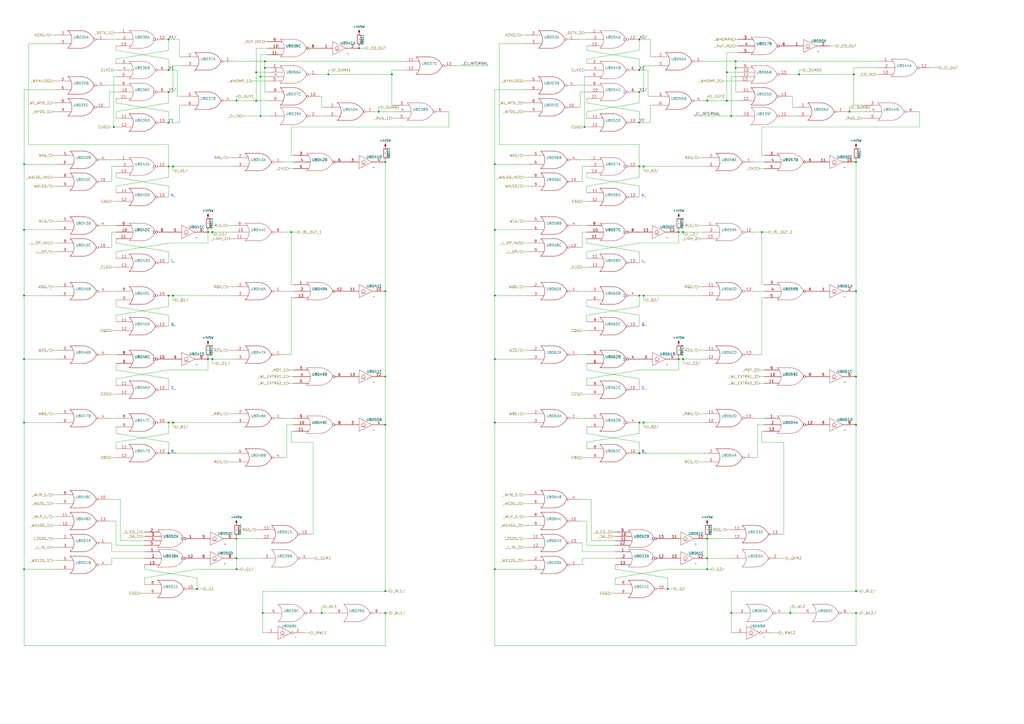
<source format=kicad_sch>
(kicad_sch (version 20211123) (generator eeschema)
  (paper "A2")
  (junction (at 66.04 73.66))
  (junction (at 100.33 171.45))
  (junction (at 287.02 171.45))
  (junction (at 421.64 41.91))
  (junction (at 223.52 218.44))
  (junction (at 387.35 341.63))
  (junction (at 496.57 218.44))
  (junction (at 421.64 58.42))
  (junction (at 463.55 43.18))
  (junction (at 287.02 245.11))
  (junction (at 120.65 134.62))
  (junction (at 410.21 323.85))
  (junction (at 370.84 96.52))
  (junction (at 13.97 208.28))
  (junction (at 137.16 312.42))
  (junction (at 148.59 41.91))
  (junction (at 370.84 245.11))
  (junction (at 137.16 58.42))
  (junction (at 100.33 96.52))
  (junction (at 370.84 22.86))
  (junction (at 496.57 93.98))
  (junction (at 223.52 342.9))
  (junction (at 370.84 40.64))
  (junction (at 137.16 330.2))
  (junction (at 97.79 245.11))
  (junction (at 370.84 71.12))
  (junction (at 223.52 93.98))
  (junction (at 13.97 171.45))
  (junction (at 97.79 53.34))
  (junction (at 410.21 330.2))
  (junction (at 151.13 67.31))
  (junction (at 153.67 35.56))
  (junction (at 287.02 133.35))
  (junction (at 373.38 96.52))
  (junction (at 114.3 341.63))
  (junction (at 137.16 323.85))
  (junction (at 13.97 245.11))
  (junction (at 339.09 73.66))
  (junction (at 396.24 134.62))
  (junction (at 370.84 53.34))
  (junction (at 97.79 96.52))
  (junction (at 168.91 134.62))
  (junction (at 151.13 44.45))
  (junction (at 190.5 43.18))
  (junction (at 424.18 67.31))
  (junction (at 208.28 27.94))
  (junction (at 13.97 133.35))
  (junction (at 123.19 208.28))
  (junction (at 495.3 43.18))
  (junction (at 223.52 355.6))
  (junction (at 97.79 171.45))
  (junction (at 97.79 40.64))
  (junction (at 13.97 330.2))
  (junction (at 227.33 43.18))
  (junction (at 287.02 208.28))
  (junction (at 396.24 208.28))
  (junction (at 223.52 246.38))
  (junction (at 97.79 22.86))
  (junction (at 373.38 171.45))
  (junction (at 120.65 208.28))
  (junction (at 424.18 355.6))
  (junction (at 219.71 64.77))
  (junction (at 186.69 355.6))
  (junction (at 97.79 262.89))
  (junction (at 153.67 39.37))
  (junction (at 370.84 171.45))
  (junction (at 13.97 95.25))
  (junction (at 496.57 246.38))
  (junction (at 100.33 245.11))
  (junction (at 123.19 134.62))
  (junction (at 496.57 168.91))
  (junction (at 393.7 134.62))
  (junction (at 426.72 39.37))
  (junction (at 426.72 35.56))
  (junction (at 393.7 208.28))
  (junction (at 370.84 262.89))
  (junction (at 287.02 95.25))
  (junction (at 373.38 245.11))
  (junction (at 441.96 134.62))
  (junction (at 458.47 355.6))
  (junction (at 492.76 64.77))
  (junction (at 287.02 330.2))
  (junction (at 148.59 58.42))
  (junction (at 223.52 168.91))
  (junction (at 496.57 355.6))
  (junction (at 410.21 58.42))
  (junction (at 410.21 312.42))
  (junction (at 152.4 355.6))
  (junction (at 97.79 71.12))
  (junction (at 496.57 342.9))
  (wire (pts (xy 153.67 53.34) (xy 154.94 53.34)))
  (wire (pts (xy 104.14 33.02) (xy 105.41 33.02)))
  (wire (pts (xy 152.4 367.03) (xy 153.67 367.03)))
  (wire (pts (xy 66.04 73.66) (xy 67.31 73.66)))
  (wire (pts (xy 340.36 265.43) (xy 337.82 265.43)))
  (wire (pts (xy 410.21 312.42) (xy 410.21 323.85)))
  (wire (pts (xy 287.02 330.2) (xy 306.07 330.2)))
  (wire (pts (xy 443.23 214.63) (xy 440.69 214.63)))
  (wire (pts (xy 458.47 355.6) (xy 463.55 355.6)))
  (wire (pts (xy 373.38 171.45) (xy 407.67 171.45)))
  (wire (pts (xy 168.91 205.74) (xy 168.91 172.72)))
  (wire (pts (xy 377.19 60.96) (xy 378.46 60.96)))
  (wire (pts (xy 458.47 43.18) (xy 463.55 43.18)))
  (wire (pts (xy 304.8 20.32) (xy 302.26 20.32)))
  (wire (pts (xy 466.09 40.64) (xy 463.55 40.64)))
  (wire (pts (xy 170.18 168.91) (xy 165.1 168.91)))
  (wire (pts (xy 370.84 40.64) (xy 370.84 34.29)))
  (wire (pts (xy 501.65 68.58) (xy 500.38 68.58)))
  (wire (pts (xy 407.67 203.2) (xy 405.13 203.2)))
  (wire (pts (xy 97.79 96.52) (xy 97.79 102.87)))
  (wire (pts (xy 83.82 335.28) (xy 83.82 339.09)))
  (wire (pts (xy 134.62 203.2) (xy 132.08 203.2)))
  (wire (pts (xy 67.31 34.29) (xy 67.31 36.83)))
  (wire (pts (xy 443.23 93.98) (xy 438.15 93.98)))
  (wire (pts (xy 67.31 40.64) (xy 66.04 40.64)))
  (wire (pts (xy 148.59 41.91) (xy 148.59 58.42)))
  (wire (pts (xy 63.5 168.91) (xy 67.31 168.91)))
  (wire (pts (xy 186.69 55.88) (xy 186.69 62.23)))
  (wire (pts (xy 340.36 34.29) (xy 340.36 36.83)))
  (wire (pts (xy 62.23 22.86) (xy 67.31 22.86)))
  (wire (pts (xy 287.02 171.45) (xy 306.07 171.45)))
  (wire (pts (xy 97.79 219.71) (xy 67.31 214.63)))
  (wire (pts (xy 190.5 40.64) (xy 190.5 43.18)))
  (wire (pts (xy 120.65 207.01) (xy 120.65 208.28)))
  (wire (pts (xy 165.1 265.43) (xy 166.37 265.43)))
  (wire (pts (xy 97.79 262.89) (xy 97.79 256.54)))
  (wire (pts (xy 340.36 19.05) (xy 339.09 19.05)))
  (wire (pts (xy 33.02 128.27) (xy 30.48 128.27)))
  (wire (pts (xy 186.69 62.23) (xy 187.96 62.23)))
  (wire (pts (xy 168.91 205.74) (xy 165.1 205.74)))
  (wire (pts (xy 13.97 52.07) (xy 13.97 95.25)))
  (wire (pts (xy 303.53 287.02) (xy 306.07 287.02)))
  (wire (pts (xy 100.33 96.52) (xy 100.33 99.06)))
  (wire (pts (xy 13.97 330.2) (xy 13.97 374.65)))
  (wire (pts (xy 137.16 330.2) (xy 139.7 330.2)))
  (wire (pts (xy 396.24 208.28) (xy 396.24 210.82)))
  (wire (pts (xy 100.33 245.11) (xy 100.33 247.65)))
  (wire (pts (xy 426.72 39.37) (xy 427.99 39.37)))
  (wire (pts (xy 13.97 133.35) (xy 13.97 171.45)))
  (wire (pts (xy 370.84 214.63) (xy 340.36 219.71)))
  (wire (pts (xy 339.09 44.45) (xy 340.36 44.45)))
  (wire (pts (xy 396.24 134.62) (xy 407.67 134.62)))
  (wire (pts (xy 287.02 330.2) (xy 287.02 374.65)))
  (wire (pts (xy 448.31 367.03) (xy 452.12 367.03)))
  (wire (pts (xy 508 43.18) (xy 509.27 43.18)))
  (wire (pts (xy 304.8 52.07) (xy 287.02 52.07)))
  (wire (pts (xy 421.64 58.42) (xy 421.64 41.91)))
  (wire (pts (xy 373.38 173.99) (xy 374.65 173.99)))
  (wire (pts (xy 336.55 143.51) (xy 337.82 143.51)))
  (wire (pts (xy 370.84 146.05) (xy 340.36 140.97)))
  (wire (pts (xy 287.02 245.11) (xy 287.02 330.2)))
  (wire (pts (xy 440.69 97.79) (xy 443.23 97.79)))
  (wire (pts (xy 306.07 166.37) (xy 303.53 166.37)))
  (wire (pts (xy 441.96 134.62) (xy 445.77 134.62)))
  (wire (pts (xy 342.9 289.56) (xy 342.9 313.69)))
  (wire (pts (xy 410.21 312.42) (xy 422.91 312.42)))
  (wire (pts (xy 337.82 143.51) (xy 337.82 134.62)))
  (wire (pts (xy 356.87 308.61) (xy 355.6 308.61)))
  (wire (pts (xy 97.79 256.54) (xy 67.31 251.46)))
  (wire (pts (xy 370.84 226.06) (xy 370.84 219.71)))
  (wire (pts (xy 407.67 166.37) (xy 405.13 166.37)))
  (wire (pts (xy 16.51 25.4) (xy 31.75 25.4)))
  (wire (pts (xy 260.35 64.77) (xy 260.35 73.66)))
  (wire (pts (xy 340.36 191.77) (xy 337.82 191.77)))
  (wire (pts (xy 123.19 208.28) (xy 134.62 208.28)))
  (wire (pts (xy 134.62 130.81) (xy 132.08 130.81)))
  (wire (pts (xy 120.65 140.97) (xy 97.79 140.97)))
  (wire (pts (xy 137.16 312.42) (xy 137.16 323.85)))
  (wire (pts (xy 181.61 256.54) (xy 168.91 256.54)))
  (wire (pts (xy 137.16 311.15) (xy 137.16 312.42)))
  (wire (pts (xy 370.84 40.64) (xy 375.92 40.64)))
  (wire (pts (xy 370.84 64.77) (xy 340.36 59.69)))
  (wire (pts (xy 370.84 53.34) (xy 370.84 59.69)))
  (wire (pts (xy 287.02 171.45) (xy 287.02 208.28)))
  (wire (pts (xy 97.79 53.34) (xy 100.33 53.34)))
  (wire (pts (xy 370.84 59.69) (xy 340.36 64.77)))
  (wire (pts (xy 370.84 251.46) (xy 340.36 256.54)))
  (wire (pts (xy 304.8 46.99) (xy 303.53 46.99)))
  (wire (pts (xy 533.4 73.66) (xy 441.96 73.66)))
  (wire (pts (xy 186.69 351.79) (xy 187.96 351.79)))
  (wire (pts (xy 33.02 317.5) (xy 30.48 317.5)))
  (wire (pts (xy 289.56 25.4) (xy 304.8 25.4)))
  (wire (pts (xy 453.39 323.85) (xy 455.93 323.85)))
  (wire (pts (xy 424.18 342.9) (xy 496.57 342.9)))
  (wire (pts (xy 373.38 245.11) (xy 373.38 247.65)))
  (wire (pts (xy 491.49 64.77) (xy 492.76 64.77)))
  (wire (pts (xy 31.75 59.69) (xy 30.48 59.69)))
  (wire (pts (xy 63.5 302.26) (xy 67.31 302.26)))
  (wire (pts (xy 427.99 22.86) (xy 426.72 22.86)))
  (wire (pts (xy 135.89 35.56) (xy 153.67 35.56)))
  (wire (pts (xy 373.38 38.1) (xy 378.46 38.1)))
  (wire (pts (xy 427.99 46.99) (xy 419.1 46.99)))
  (wire (pts (xy 424.18 367.03) (xy 425.45 367.03)))
  (wire (pts (xy 31.75 52.07) (xy 13.97 52.07)))
  (wire (pts (xy 102.87 40.64) (xy 102.87 55.88)))
  (wire (pts (xy 97.79 22.86) (xy 104.14 22.86)))
  (wire (pts (xy 340.36 154.94) (xy 337.82 154.94)))
  (wire (pts (xy 373.38 245.11) (xy 407.67 245.11)))
  (wire (pts (xy 340.36 29.21) (xy 340.36 26.67)))
  (wire (pts (xy 454.66 309.88) (xy 454.66 256.54)))
  (wire (pts (xy 33.02 102.87) (xy 30.48 102.87)))
  (wire (pts (xy 153.67 39.37) (xy 153.67 53.34)))
  (wire (pts (xy 100.33 171.45) (xy 134.62 171.45)))
  (wire (pts (xy 97.79 152.4) (xy 97.79 146.05)))
  (wire (pts (xy 393.7 207.01) (xy 393.7 208.28)))
  (wire (pts (xy 396.24 134.62) (xy 396.24 135.89)))
  (wire (pts (xy 67.31 214.63) (xy 67.31 210.82)))
  (wire (pts (xy 100.33 99.06) (xy 101.6 99.06)))
  (wire (pts (xy 97.79 146.05) (xy 67.31 140.97)))
  (wire (pts (xy 336.55 130.81) (xy 340.36 130.81)))
  (wire (pts (xy 496.57 218.44) (xy 496.57 246.38)))
  (wire (pts (xy 410.21 330.2) (xy 412.75 330.2)))
  (wire (pts (xy 67.31 177.8) (xy 67.31 173.99)))
  (wire (pts (xy 13.97 95.25) (xy 33.02 95.25)))
  (wire (pts (xy 303.53 299.72) (xy 306.07 299.72)))
  (wire (pts (xy 336.55 205.74) (xy 340.36 205.74)))
  (wire (pts (xy 306.07 317.5) (xy 303.53 317.5)))
  (wire (pts (xy 370.84 152.4) (xy 370.84 146.05)))
  (wire (pts (xy 336.55 302.26) (xy 340.36 302.26)))
  (wire (pts (xy 373.38 171.45) (xy 373.38 173.99)))
  (wire (pts (xy 340.36 146.05) (xy 340.36 149.86)))
  (wire (pts (xy 340.36 256.54) (xy 340.36 260.35)))
  (wire (pts (xy 339.09 73.66) (xy 339.09 44.45)))
  (wire (pts (xy 337.82 314.96) (xy 337.82 320.04)))
  (wire (pts (xy 336.55 53.34) (xy 340.36 53.34)))
  (wire (pts (xy 67.31 116.84) (xy 64.77 116.84)))
  (wire (pts (xy 168.91 165.1) (xy 170.18 165.1)))
  (wire (pts (xy 260.35 73.66) (xy 168.91 73.66)))
  (wire (pts (xy 439.42 246.38) (xy 443.23 246.38)))
  (wire (pts (xy 387.35 335.28) (xy 356.87 330.2)))
  (wire (pts (xy 104.14 60.96) (xy 105.41 60.96)))
  (wire (pts (xy 387.35 341.63) (xy 391.16 341.63)))
  (wire (pts (xy 336.55 327.66) (xy 337.82 327.66)))
  (wire (pts (xy 100.33 171.45) (xy 100.33 173.99)))
  (wire (pts (xy 496.57 246.38) (xy 496.57 342.9)))
  (wire (pts (xy 441.96 250.19) (xy 441.96 256.54)))
  (wire (pts (xy 496.57 355.6) (xy 499.11 355.6)))
  (wire (pts (xy 33.02 140.97) (xy 30.48 140.97)))
  (wire (pts (xy 167.64 218.44) (xy 170.18 218.44)))
  (wire (pts (xy 454.66 256.54) (xy 441.96 256.54)))
  (wire (pts (xy 186.69 355.6) (xy 191.77 355.6)))
  (wire (pts (xy 97.79 182.88) (xy 67.31 177.8)))
  (wire (pts (xy 370.84 107.95) (xy 340.36 102.87)))
  (wire (pts (xy 336.55 105.41) (xy 337.82 105.41)))
  (wire (pts (xy 67.31 316.23) (xy 83.82 316.23)))
  (wire (pts (xy 176.53 367.03) (xy 180.34 367.03)))
  (wire (pts (xy 67.31 107.95) (xy 67.31 111.76)))
  (wire (pts (xy 387.35 330.2) (xy 356.87 335.28)))
  (wire (pts (xy 340.36 102.87) (xy 340.36 100.33)))
  (wire (pts (xy 63.5 205.74) (xy 67.31 205.74)))
  (wire (pts (xy 185.42 55.88) (xy 186.69 55.88)))
  (wire (pts (xy 186.69 355.6) (xy 186.69 351.79)))
  (wire (pts (xy 208.28 27.94) (xy 212.09 27.94)))
  (wire (pts (xy 370.84 262.89) (xy 370.84 256.54)))
  (wire (pts (xy 223.52 92.71) (xy 223.52 93.98)))
  (wire (pts (xy 67.31 265.43) (xy 64.77 265.43)))
  (wire (pts (xy 66.04 73.66) (xy 66.04 44.45)))
  (wire (pts (xy 13.97 95.25) (xy 13.97 133.35)))
  (wire (pts (xy 337.82 134.62) (xy 340.36 134.62)))
  (wire (pts (xy 67.31 182.88) (xy 67.31 186.69)))
  (wire (pts (xy 370.84 182.88) (xy 340.36 177.8)))
  (wire (pts (xy 303.53 312.42) (xy 306.07 312.42)))
  (wire (pts (xy 287.02 245.11) (xy 306.07 245.11)))
  (wire (pts (xy 83.82 308.61) (xy 82.55 308.61)))
  (wire (pts (xy 443.23 250.19) (xy 441.96 250.19)))
  (wire (pts (xy 458.47 55.88) (xy 459.74 55.88)))
  (wire (pts (xy 97.79 262.89) (xy 134.62 262.89)))
  (wire (pts (xy 97.79 96.52) (xy 100.33 96.52)))
  (wire (pts (xy 67.31 146.05) (xy 67.31 149.86)))
  (wire (pts (xy 137.16 55.88) (xy 138.43 55.88)))
  (wire (pts (xy 407.67 267.97) (xy 405.13 267.97)))
  (wire (pts (xy 153.67 35.56) (xy 153.67 39.37)))
  (wire (pts (xy 370.84 256.54) (xy 340.36 251.46)))
  (wire (pts (xy 370.84 171.45) (xy 370.84 177.8)))
  (wire (pts (xy 63.5 92.71) (xy 67.31 92.71)))
  (wire (pts (xy 375.92 55.88) (xy 378.46 55.88)))
  (wire (pts (xy 377.19 71.12) (xy 370.84 71.12)))
  (wire (pts (xy 100.33 53.34) (xy 100.33 38.1)))
  (wire (pts (xy 190.5 43.18) (xy 227.33 43.18)))
  (wire (pts (xy 137.16 58.42) (xy 148.59 58.42)))
  (wire (pts (xy 439.42 265.43) (xy 439.42 246.38)))
  (wire (pts (xy 370.84 71.12) (xy 370.84 64.77)))
  (wire (pts (xy 370.84 102.87) (xy 340.36 107.95)))
  (wire (pts (xy 100.33 245.11) (xy 134.62 245.11)))
  (wire (pts (xy 114.3 335.28) (xy 83.82 330.2)))
  (wire (pts (xy 421.64 41.91) (xy 421.64 30.48)))
  (wire (pts (xy 123.19 208.28) (xy 123.19 210.82)))
  (wire (pts (xy 120.65 214.63) (xy 97.79 214.63)))
  (wire (pts (xy 373.38 96.52) (xy 407.67 96.52)))
  (wire (pts (xy 426.72 35.56) (xy 426.72 39.37)))
  (wire (pts (xy 97.79 189.23) (xy 97.79 182.88)))
  (wire (pts (xy 370.84 22.86) (xy 377.19 22.86)))
  (wire (pts (xy 123.19 210.82) (xy 125.73 210.82)))
  (wire (pts (xy 287.02 208.28) (xy 306.07 208.28)))
  (wire (pts (xy 335.28 22.86) (xy 340.36 22.86)))
  (wire (pts (xy 453.39 309.88) (xy 454.66 309.88)))
  (wire (pts (xy 304.8 59.69) (xy 303.53 59.69)))
  (wire (pts (xy 306.07 304.8) (xy 303.53 304.8)))
  (wire (pts (xy 100.33 247.65) (xy 101.6 247.65)))
  (wire (pts (xy 370.84 245.11) (xy 373.38 245.11)))
  (wire (pts (xy 441.96 73.66) (xy 441.96 90.17)))
  (wire (pts (xy 114.3 330.2) (xy 83.82 335.28)))
  (wire (pts (xy 495.3 43.18) (xy 495.3 60.96)))
  (wire (pts (xy 370.84 189.23) (xy 370.84 182.88)))
  (wire (pts (xy 424.18 355.6) (xy 424.18 367.03)))
  (wire (pts (xy 393.7 133.35) (xy 393.7 134.62)))
  (wire (pts (xy 410.21 323.85) (xy 422.91 323.85)))
  (wire (pts (xy 69.85 313.69) (xy 83.82 313.69)))
  (wire (pts (xy 97.79 83.82) (xy 16.51 83.82)))
  (wire (pts (xy 137.16 323.85) (xy 149.86 323.85)))
  (wire (pts (xy 97.79 177.8) (xy 67.31 182.88)))
  (wire (pts (xy 393.7 140.97) (xy 370.84 140.97)))
  (wire (pts (xy 407.67 240.03) (xy 405.13 240.03)))
  (wire (pts (xy 151.13 44.45) (xy 151.13 67.31)))
  (wire (pts (xy 441.96 165.1) (xy 443.23 165.1)))
  (wire (pts (xy 496.57 342.9) (xy 499.11 342.9)))
  (wire (pts (xy 97.79 114.3) (xy 97.79 107.95)))
  (wire (pts (xy 148.59 41.91) (xy 154.94 41.91)))
  (wire (pts (xy 264.16 38.1) (xy 283.21 38.1)))
  (wire (pts (xy 170.18 222.25) (xy 167.64 222.25)))
  (wire (pts (xy 356.87 335.28) (xy 356.87 339.09)))
  (wire (pts (xy 340.36 316.23) (xy 356.87 316.23)))
  (wire (pts (xy 227.33 40.64) (xy 227.33 43.18)))
  (wire (pts (xy 97.79 171.45) (xy 97.79 177.8)))
  (wire (pts (xy 63.5 130.81) (xy 67.31 130.81)))
  (wire (pts (xy 62.23 49.53) (xy 67.31 49.53)))
  (wire (pts (xy 16.51 83.82) (xy 16.51 25.4)))
  (wire (pts (xy 441.96 172.72) (xy 443.23 172.72)))
  (wire (pts (xy 33.02 90.17) (xy 30.48 90.17)))
  (wire (pts (xy 185.42 43.18) (xy 190.5 43.18)))
  (wire (pts (xy 165.1 242.57) (xy 170.18 242.57)))
  (wire (pts (xy 166.37 246.38) (xy 170.18 246.38)))
  (wire (pts (xy 370.84 53.34) (xy 373.38 53.34)))
  (wire (pts (xy 123.19 134.62) (xy 134.62 134.62)))
  (wire (pts (xy 64.77 323.85) (xy 83.82 323.85)))
  (wire (pts (xy 67.31 154.94) (xy 64.77 154.94)))
  (wire (pts (xy 306.07 128.27) (xy 303.53 128.27)))
  (wire (pts (xy 441.96 205.74) (xy 441.96 172.72)))
  (wire (pts (xy 33.02 166.37) (xy 30.48 166.37)))
  (wire (pts (xy 424.18 67.31) (xy 427.99 67.31)))
  (wire (pts (xy 393.7 208.28) (xy 396.24 208.28)))
  (wire (pts (xy 120.65 208.28) (xy 123.19 208.28)))
  (wire (pts (xy 64.77 143.51) (xy 64.77 134.62)))
  (wire (pts (xy 64.77 314.96) (xy 64.77 320.04)))
  (wire (pts (xy 223.52 355.6) (xy 223.52 374.65)))
  (wire (pts (xy 134.62 240.03) (xy 132.08 240.03)))
  (wire (pts (xy 151.13 67.31) (xy 154.94 67.31)))
  (wire (pts (xy 31.75 64.77) (xy 30.48 64.77)))
  (wire (pts (xy 393.7 214.63) (xy 370.84 214.63)))
  (wire (pts (xy 165.1 134.62) (xy 168.91 134.62)))
  (wire (pts (xy 492.76 64.77) (xy 492.76 62.23)))
  (wire (pts (xy 337.82 327.66) (xy 337.82 323.85)))
  (wire (pts (xy 336.55 62.23) (xy 336.55 53.34)))
  (wire (pts (xy 458.47 351.79) (xy 459.74 351.79)))
  (wire (pts (xy 410.21 58.42) (xy 421.64 58.42)))
  (wire (pts (xy 492.76 62.23) (xy 494.03 62.23)))
  (wire (pts (xy 64.77 320.04) (xy 83.82 320.04)))
  (wire (pts (xy 370.84 22.86) (xy 370.84 29.21)))
  (wire (pts (xy 97.79 40.64) (xy 97.79 34.29)))
  (wire (pts (xy 63.5 143.51) (xy 64.77 143.51)))
  (wire (pts (xy 33.02 292.1) (xy 30.48 292.1)))
  (wire (pts (xy 151.13 44.45) (xy 154.94 44.45)))
  (wire (pts (xy 443.23 222.25) (xy 440.69 222.25)))
  (wire (pts (xy 441.96 134.62) (xy 441.96 165.1)))
  (wire (pts (xy 306.07 102.87) (xy 303.53 102.87)))
  (wire (pts (xy 336.55 92.71) (xy 340.36 92.71)))
  (wire (pts (xy 427.99 26.67) (xy 426.72 26.67)))
  (wire (pts (xy 104.14 22.86) (xy 104.14 33.02)))
  (wire (pts (xy 64.77 96.52) (xy 67.31 96.52)))
  (wire (pts (xy 227.33 40.64) (xy 233.68 40.64)))
  (wire (pts (xy 67.31 102.87) (xy 67.31 100.33)))
  (wire (pts (xy 135.89 58.42) (xy 137.16 58.42)))
  (wire (pts (xy 63.5 289.56) (xy 69.85 289.56)))
  (wire (pts (xy 134.62 138.43) (xy 133.35 138.43)))
  (wire (pts (xy 104.14 71.12) (xy 104.14 60.96)))
  (wire (pts (xy 492.76 64.77) (xy 501.65 64.77)))
  (wire (pts (xy 306.07 203.2) (xy 303.53 203.2)))
  (wire (pts (xy 219.71 64.77) (xy 219.71 62.23)))
  (wire (pts (xy 402.59 67.31) (xy 424.18 67.31)))
  (wire (pts (xy 13.97 330.2) (xy 33.02 330.2)))
  (wire (pts (xy 373.38 247.65) (xy 374.65 247.65)))
  (wire (pts (xy 168.91 172.72) (xy 170.18 172.72)))
  (wire (pts (xy 63.5 314.96) (xy 64.77 314.96)))
  (wire (pts (xy 227.33 43.18) (xy 227.33 60.96)))
  (wire (pts (xy 63.5 73.66) (xy 66.04 73.66)))
  (wire (pts (xy 336.55 242.57) (xy 340.36 242.57)))
  (wire (pts (xy 148.59 27.94) (xy 154.94 27.94)))
  (wire (pts (xy 396.24 208.28) (xy 407.67 208.28)))
  (wire (pts (xy 387.35 341.63) (xy 387.35 335.28)))
  (wire (pts (xy 166.37 265.43) (xy 166.37 246.38)))
  (wire (pts (xy 170.18 214.63) (xy 167.64 214.63)))
  (wire (pts (xy 494.03 355.6) (xy 496.57 355.6)))
  (wire (pts (xy 495.3 60.96) (xy 501.65 60.96)))
  (wire (pts (xy 339.09 73.66) (xy 340.36 73.66)))
  (wire (pts (xy 151.13 31.75) (xy 154.94 31.75)))
  (wire (pts (xy 97.79 245.11) (xy 97.79 251.46)))
  (wire (pts (xy 459.74 62.23) (xy 461.01 62.23)))
  (wire (pts (xy 340.36 182.88) (xy 340.36 186.69)))
  (wire (pts (xy 370.84 83.82) (xy 289.56 83.82)))
  (wire (pts (xy 120.65 134.62) (xy 120.65 140.97)))
  (wire (pts (xy 62.23 62.23) (xy 63.5 62.23)))
  (wire (pts (xy 67.31 59.69) (xy 67.31 57.15)))
  (wire (pts (xy 148.59 27.94) (xy 148.59 41.91)))
  (wire (pts (xy 335.28 49.53) (xy 340.36 49.53)))
  (wire (pts (xy 356.87 311.15) (xy 355.6 311.15)))
  (wire (pts (xy 151.13 31.75) (xy 151.13 44.45)))
  (wire (pts (xy 407.67 138.43) (xy 406.4 138.43)))
  (wire (pts (xy 33.02 240.03) (xy 30.48 240.03)))
  (wire (pts (xy 458.47 67.31) (xy 461.01 67.31)))
  (wire (pts (xy 63.5 242.57) (xy 67.31 242.57)))
  (wire (pts (xy 97.79 40.64) (xy 102.87 40.64)))
  (wire (pts (xy 170.18 250.19) (xy 168.91 250.19)))
  (wire (pts (xy 63.5 327.66) (xy 64.77 327.66)))
  (wire (pts (xy 33.02 146.05) (xy 30.48 146.05)))
  (wire (pts (xy 218.44 64.77) (xy 219.71 64.77)))
  (wire (pts (xy 370.84 171.45) (xy 373.38 171.45)))
  (wire (pts (xy 223.52 93.98) (xy 223.52 168.91)))
  (wire (pts (xy 104.14 71.12) (xy 97.79 71.12)))
  (wire (pts (xy 228.6 68.58) (xy 227.33 68.58)))
  (wire (pts (xy 287.02 133.35) (xy 306.07 133.35)))
  (wire (pts (xy 426.72 39.37) (xy 426.72 53.34)))
  (wire (pts (xy 443.23 168.91) (xy 438.15 168.91)))
  (wire (pts (xy 342.9 313.69) (xy 356.87 313.69)))
  (wire (pts (xy 97.79 71.12) (xy 97.79 64.77)))
  (wire (pts (xy 134.62 166.37) (xy 132.08 166.37)))
  (wire (pts (xy 13.97 171.45) (xy 33.02 171.45)))
  (wire (pts (xy 83.82 311.15) (xy 82.55 311.15)))
  (wire (pts (xy 340.36 219.71) (xy 340.36 223.52)))
  (wire (pts (xy 421.64 58.42) (xy 427.99 58.42)))
  (wire (pts (xy 496.57 168.91) (xy 496.57 218.44)))
  (wire (pts (xy 337.82 105.41) (xy 337.82 96.52)))
  (wire (pts (xy 306.07 292.1) (xy 303.53 292.1)))
  (wire (pts (xy 259.08 64.77) (xy 260.35 64.77)))
  (wire (pts (xy 97.79 251.46) (xy 67.31 256.54)))
  (wire (pts (xy 373.38 96.52) (xy 373.38 99.06)))
  (wire (pts (xy 97.79 102.87) (xy 67.31 107.95)))
  (wire (pts (xy 120.65 133.35) (xy 120.65 134.62)))
  (wire (pts (xy 438.15 134.62) (xy 441.96 134.62)))
  (wire (pts (xy 496.57 355.6) (xy 496.57 374.65)))
  (wire (pts (xy 377.19 22.86) (xy 377.19 33.02)))
  (wire (pts (xy 287.02 208.28) (xy 287.02 245.11)))
  (wire (pts (xy 370.84 114.3) (xy 370.84 107.95)))
  (wire (pts (xy 481.33 26.67) (xy 485.14 26.67)))
  (wire (pts (xy 100.33 38.1) (xy 105.41 38.1)))
  (wire (pts (xy 340.36 64.77) (xy 340.36 68.58)))
  (wire (pts (xy 13.97 171.45) (xy 13.97 208.28)))
  (wire (pts (xy 168.91 134.62) (xy 172.72 134.62)))
  (wire (pts (xy 67.31 302.26) (xy 67.31 316.23)))
  (wire (pts (xy 193.04 40.64) (xy 190.5 40.64)))
  (wire (pts (xy 336.55 289.56) (xy 342.9 289.56)))
  (wire (pts (xy 370.84 96.52) (xy 370.84 102.87)))
  (wire (pts (xy 306.07 146.05) (xy 303.53 146.05)))
  (wire (pts (xy 340.36 214.63) (xy 340.36 210.82)))
  (wire (pts (xy 102.87 55.88) (xy 105.41 55.88)))
  (wire (pts (xy 441.96 90.17) (xy 443.23 90.17)))
  (wire (pts (xy 223.52 355.6) (xy 226.06 355.6)))
  (wire (pts (xy 306.07 90.17) (xy 303.53 90.17)))
  (wire (pts (xy 140.97 67.31) (xy 151.13 67.31)))
  (wire (pts (xy 134.62 91.44) (xy 132.08 91.44)))
  (wire (pts (xy 63.5 53.34) (xy 67.31 53.34)))
  (wire (pts (xy 64.77 134.62) (xy 67.31 134.62)))
  (wire (pts (xy 97.79 171.45) (xy 100.33 171.45)))
  (wire (pts (xy 114.3 341.63) (xy 118.11 341.63)))
  (wire (pts (xy 463.55 43.18) (xy 495.3 43.18)))
  (wire (pts (xy 356.87 330.2) (xy 356.87 327.66)))
  (wire (pts (xy 306.07 140.97) (xy 303.53 140.97)))
  (wire (pts (xy 154.94 24.13) (xy 153.67 24.13)))
  (wire (pts (xy 410.21 311.15) (xy 410.21 312.42)))
  (wire (pts (xy 495.3 39.37) (xy 509.27 39.37)))
  (wire (pts (xy 123.19 135.89) (xy 124.46 135.89)))
  (wire (pts (xy 13.97 208.28) (xy 13.97 245.11)))
  (wire (pts (xy 31.75 20.32) (xy 29.21 20.32)))
  (wire (pts (xy 336.55 168.91) (xy 340.36 168.91)))
  (wire (pts (xy 370.84 29.21) (xy 340.36 34.29)))
  (wire (pts (xy 63.5 105.41) (xy 64.77 105.41)))
  (wire (pts (xy 137.16 312.42) (xy 149.86 312.42)))
  (wire (pts (xy 287.02 133.35) (xy 287.02 171.45)))
  (wire (pts (xy 370.84 219.71) (xy 340.36 214.63)))
  (wire (pts (xy 67.31 19.05) (xy 66.04 19.05)))
  (wire (pts (xy 223.52 342.9) (xy 226.06 342.9)))
  (wire (pts (xy 168.91 250.19) (xy 168.91 256.54)))
  (wire (pts (xy 356.87 344.17) (xy 354.33 344.17)))
  (wire (pts (xy 407.67 130.81) (xy 405.13 130.81)))
  (wire (pts (xy 97.79 107.95) (xy 67.31 102.87)))
  (wire (pts (xy 153.67 39.37) (xy 154.94 39.37)))
  (wire (pts (xy 496.57 92.71) (xy 496.57 93.98)))
  (wire (pts (xy 149.86 307.34) (xy 148.59 307.34)))
  (wire (pts (xy 424.18 355.6) (xy 425.45 355.6)))
  (wire (pts (xy 83.82 330.2) (xy 83.82 327.66)))
  (wire (pts (xy 426.72 53.34) (xy 427.99 53.34)))
  (wire (pts (xy 168.91 73.66) (xy 168.91 90.17)))
  (wire (pts (xy 63.5 62.23) (xy 63.5 53.34)))
  (wire (pts (xy 100.33 96.52) (xy 134.62 96.52)))
  (wire (pts (xy 97.79 214.63) (xy 67.31 219.71)))
  (wire (pts (xy 337.82 96.52) (xy 340.36 96.52)))
  (wire (pts (xy 167.64 97.79) (xy 170.18 97.79)))
  (wire (pts (xy 375.92 40.64) (xy 375.92 55.88)))
  (wire (pts (xy 67.31 29.21) (xy 67.31 26.67)))
  (wire (pts (xy 227.33 60.96) (xy 228.6 60.96)))
  (wire (pts (xy 370.84 83.82) (xy 370.84 96.52)))
  (wire (pts (xy 223.52 168.91) (xy 223.52 218.44)))
  (wire (pts (xy 152.4 355.6) (xy 152.4 367.03)))
  (wire (pts (xy 180.34 323.85) (xy 182.88 323.85)))
  (wire (pts (xy 463.55 40.64) (xy 463.55 43.18)))
  (wire (pts (xy 223.52 246.38) (xy 223.52 342.9)))
  (wire (pts (xy 340.36 107.95) (xy 340.36 111.76)))
  (wire (pts (xy 287.02 95.25) (xy 287.02 133.35)))
  (wire (pts (xy 370.84 262.89) (xy 407.67 262.89)))
  (wire (pts (xy 426.72 35.56) (xy 509.27 35.56)))
  (wire (pts (xy 387.35 330.2) (xy 410.21 330.2)))
  (wire (pts (xy 67.31 228.6) (xy 64.77 228.6)))
  (wire (pts (xy 152.4 342.9) (xy 152.4 355.6)))
  (wire (pts (xy 337.82 73.66) (xy 339.09 73.66)))
  (wire (pts (xy 30.48 312.42) (xy 33.02 312.42)))
  (wire (pts (xy 64.77 327.66) (xy 64.77 323.85)))
  (wire (pts (xy 97.79 22.86) (xy 97.79 29.21)))
  (wire (pts (xy 422.91 307.34) (xy 421.64 307.34)))
  (wire (pts (xy 336.55 314.96) (xy 337.82 314.96)))
  (wire (pts (xy 458.47 355.6) (xy 458.47 351.79)))
  (wire (pts (xy 370.84 177.8) (xy 340.36 182.88)))
  (wire (pts (xy 421.64 30.48) (xy 427.99 30.48)))
  (wire (pts (xy 180.34 309.88) (xy 181.61 309.88)))
  (wire (pts (xy 97.79 29.21) (xy 67.31 34.29)))
  (wire (pts (xy 373.38 53.34) (xy 373.38 38.1)))
  (wire (pts (xy 455.93 355.6) (xy 458.47 355.6)))
  (wire (pts (xy 223.52 218.44) (xy 223.52 246.38)))
  (wire (pts (xy 97.79 226.06) (xy 97.79 219.71)))
  (wire (pts (xy 66.04 44.45) (xy 67.31 44.45)))
  (wire (pts (xy 393.7 208.28) (xy 393.7 214.63)))
  (wire (pts (xy 100.33 173.99) (xy 101.6 173.99)))
  (wire (pts (xy 30.48 287.02) (xy 33.02 287.02)))
  (wire (pts (xy 337.82 323.85) (xy 356.87 323.85)))
  (wire (pts (xy 287.02 95.25) (xy 306.07 95.25)))
  (wire (pts (xy 152.4 342.9) (xy 223.52 342.9)))
  (wire (pts (xy 340.36 302.26) (xy 340.36 316.23)))
  (wire (pts (xy 377.19 71.12) (xy 377.19 60.96)))
  (wire (pts (xy 393.7 134.62) (xy 396.24 134.62)))
  (wire (pts (xy 533.4 64.77) (xy 533.4 73.66)))
  (wire (pts (xy 33.02 203.2) (xy 30.48 203.2)))
  (wire (pts (xy 97.79 140.97) (xy 67.31 146.05)))
  (wire (pts (xy 495.3 39.37) (xy 495.3 43.18)))
  (wire (pts (xy 168.91 134.62) (xy 168.91 165.1)))
  (wire (pts (xy 137.16 323.85) (xy 137.16 330.2)))
  (wire (pts (xy 440.69 218.44) (xy 443.23 218.44)))
  (wire (pts (xy 340.36 177.8) (xy 340.36 173.99)))
  (wire (pts (xy 31.75 46.99) (xy 30.48 46.99)))
  (wire (pts (xy 337.82 320.04) (xy 356.87 320.04)))
  (wire (pts (xy 335.28 62.23) (xy 336.55 62.23)))
  (wire (pts (xy 67.31 251.46) (xy 67.31 247.65)))
  (wire (pts (xy 33.02 325.12) (xy 30.48 325.12)))
  (wire (pts (xy 424.18 342.9) (xy 424.18 355.6)))
  (wire (pts (xy 408.94 35.56) (xy 426.72 35.56)))
  (wire (pts (xy 496.57 374.65) (xy 287.02 374.65)))
  (wire (pts (xy 223.52 374.65) (xy 13.97 374.65)))
  (wire (pts (xy 410.21 323.85) (xy 410.21 330.2)))
  (wire (pts (xy 13.97 133.35) (xy 33.02 133.35)))
  (wire (pts (xy 137.16 58.42) (xy 137.16 55.88)))
  (wire (pts (xy 219.71 62.23) (xy 220.98 62.23)))
  (wire (pts (xy 30.48 299.72) (xy 33.02 299.72)))
  (wire (pts (xy 306.07 107.95) (xy 303.53 107.95)))
  (wire (pts (xy 33.02 304.8) (xy 30.48 304.8)))
  (wire (pts (xy 340.36 228.6) (xy 337.82 228.6)))
  (wire (pts (xy 123.19 134.62) (xy 123.19 135.89)))
  (wire (pts (xy 410.21 58.42) (xy 410.21 55.88)))
  (wire (pts (xy 67.31 191.77) (xy 64.77 191.77)))
  (wire (pts (xy 370.84 96.52) (xy 373.38 96.52)))
  (wire (pts (xy 97.79 64.77) (xy 67.31 59.69)))
  (wire (pts (xy 97.79 245.11) (xy 100.33 245.11)))
  (wire (pts (xy 148.59 58.42) (xy 154.94 58.42)))
  (wire (pts (xy 407.67 91.44) (xy 405.13 91.44)))
  (wire (pts (xy 438.15 265.43) (xy 439.42 265.43)))
  (wire (pts (xy 168.91 90.17) (xy 170.18 90.17)))
  (wire (pts (xy 97.79 34.29) (xy 67.31 29.21)))
  (wire (pts (xy 185.42 67.31) (xy 187.96 67.31)))
  (wire (pts (xy 33.02 107.95) (xy 30.48 107.95)))
  (wire (pts (xy 304.8 64.77) (xy 303.53 64.77)))
  (wire (pts (xy 373.38 99.06) (xy 374.65 99.06)))
  (wire (pts (xy 67.31 140.97) (xy 67.31 138.43)))
  (wire (pts (xy 427.99 44.45) (xy 424.18 44.45)))
  (wire (pts (xy 13.97 245.11) (xy 33.02 245.11)))
  (wire (pts (xy 396.24 210.82) (xy 398.78 210.82)))
  (wire (pts (xy 408.94 58.42) (xy 410.21 58.42)))
  (wire (pts (xy 441.96 205.74) (xy 438.15 205.74)))
  (wire (pts (xy 222.25 355.6) (xy 223.52 355.6)))
  (wire (pts (xy 120.65 134.62) (xy 123.19 134.62)))
  (wire (pts (xy 184.15 355.6) (xy 186.69 355.6)))
  (wire (pts (xy 532.13 64.77) (xy 533.4 64.77)))
  (wire (pts (xy 114.3 341.63) (xy 114.3 335.28)))
  (wire (pts (xy 370.84 245.11) (xy 370.84 251.46)))
  (wire (pts (xy 340.36 140.97) (xy 340.36 138.43)))
  (wire (pts (xy 496.57 93.98) (xy 496.57 168.91)))
  (wire (pts (xy 67.31 219.71) (xy 67.31 223.52)))
  (wire (pts (xy 13.97 208.28) (xy 33.02 208.28)))
  (wire (pts (xy 152.4 355.6) (xy 153.67 355.6)))
  (wire (pts (xy 340.36 40.64) (xy 339.09 40.64)))
  (wire (pts (xy 370.84 140.97) (xy 340.36 146.05)))
  (wire (pts (xy 289.56 83.82) (xy 289.56 25.4)))
  (wire (pts (xy 64.77 105.41) (xy 64.77 96.52)))
  (wire (pts (xy 421.64 41.91) (xy 427.99 41.91)))
  (wire (pts (xy 170.18 93.98) (xy 165.1 93.98)))
  (wire (pts (xy 340.36 59.69) (xy 340.36 57.15)))
  (wire (pts (xy 134.62 267.97) (xy 132.08 267.97)))
  (wire (pts (xy 377.19 33.02) (xy 378.46 33.02)))
  (wire (pts (xy 153.67 35.56) (xy 233.68 35.56)))
  (wire (pts (xy 396.24 135.89) (xy 397.51 135.89)))
  (wire (pts (xy 97.79 59.69) (xy 67.31 64.77)))
  (wire (pts (xy 154.94 46.99) (xy 146.05 46.99)))
  (wire (pts (xy 539.75 39.37) (xy 544.83 39.37)))
  (wire (pts (xy 219.71 64.77) (xy 228.6 64.77)))
  (wire (pts (xy 208.28 27.94) (xy 208.28 26.67)))
  (wire (pts (xy 306.07 325.12) (xy 303.53 325.12)))
  (wire (pts (xy 83.82 344.17) (xy 81.28 344.17)))
  (wire (pts (xy 410.21 55.88) (xy 411.48 55.88)))
  (wire (pts (xy 424.18 44.45) (xy 424.18 67.31)))
  (wire (pts (xy 393.7 134.62) (xy 393.7 140.97)))
  (wire (pts (xy 340.36 251.46) (xy 340.36 247.65)))
  (wire (pts (xy 459.74 55.88) (xy 459.74 62.23)))
  (wire (pts (xy 97.79 53.34) (xy 97.79 59.69)))
  (wire (pts (xy 67.31 256.54) (xy 67.31 260.35)))
  (wire (pts (xy 69.85 289.56) (xy 69.85 313.69)))
  (wire (pts (xy 370.84 34.29) (xy 340.36 29.21)))
  (wire (pts (xy 438.15 242.57) (xy 443.23 242.57)))
  (wire (pts (xy 340.36 116.84) (xy 337.82 116.84)))
  (wire (pts (xy 97.79 83.82) (xy 97.79 96.52)))
  (wire (pts (xy 287.02 52.07) (xy 287.02 95.25)))
  (wire (pts (xy 13.97 245.11) (xy 13.97 330.2)))
  (wire (pts (xy 181.61 309.88) (xy 181.61 256.54)))
  (wire (pts (xy 67.31 64.77) (xy 67.31 68.58)))
  (wire (pts (xy 306.07 240.03) (xy 303.53 240.03)))
  (wire (pts (xy 120.65 208.28) (xy 120.65 214.63)))
  (wire (pts (xy 114.3 330.2) (xy 137.16 330.2)))
  (text "Q_" (at 372.11 189.23 0) (effects (font (size 1.524 1.524)) (justify left bottom)))
  (text "Q_" (at 99.06 189.23 0) (effects (font (size 1.524 1.524)) (justify left bottom)))
  (text "L_" (at 372.11 152.4 0) (effects (font (size 1.524 1.524)) (justify left bottom)))
  (text "B_" (at 99.06 262.89 0) (effects (font (size 1.524 1.524)) (justify left bottom)))
  (text "Z_" (at 99.06 226.06 0) (effects (font (size 1.524 1.524)) (justify left bottom)))
  (text "A_" (at 99.06 114.3 0) (effects (font (size 1.524 1.524)) (justify left bottom)))
  (text "Z_" (at 372.11 226.06 0) (effects (font (size 1.524 1.524)) (justify left bottom)))
  (text "L_" (at 99.06 152.4 0) (effects (font (size 1.524 1.524)) (justify left bottom)))
  (text "B_" (at 372.11 262.89 0) (effects (font (size 1.524 1.524)) (justify left bottom)))
  (text "A_" (at 372.11 114.3 0) (effects (font (size 1.524 1.524)) (justify left bottom)))
  (label "X2/" (at 370.84 22.86 0) (effects (font (size 1.524 1.524))))
  (label "X1" (at 97.79 40.64 0) (effects (font (size 1.524 1.524))))
  (label "Y1" (at 97.79 71.12 0) (effects (font (size 1.524 1.524))))
  (label "X1/" (at 97.79 22.86 0) (effects (font (size 1.524 1.524))))
  (label "Y2/" (at 370.84 53.34 0) (effects (font (size 1.524 1.524))))
  (label "_CI_INTERNAL" (at 283.21 38.1 180) (effects (font (size 1.524 1.524))))
  (label "X2" (at 370.84 40.64 0) (effects (font (size 1.524 1.524))))
  (label "_CI_INTERNAL" (at 402.59 67.31 0) (effects (font (size 1.524 1.524))))
  (label "Y1/" (at 97.79 53.34 0) (effects (font (size 1.524 1.524))))
  (label "Y2" (at 370.84 71.12 0) (effects (font (size 1.524 1.524))))
  (hierarchical_label "_SUMB1" (shape output) (at 220.98 62.23 0) (effects (font (size 1.524 1.524))))
  (hierarchical_label "_G2" (shape output) (at 391.16 341.63 0) (effects (font (size 1.524 1.524))))
  (hierarchical_label "_WG45G_1" (shape input) (at 30.48 304.8 180) (effects (font (size 1.524 1.524))))
  (hierarchical_label "CBG" (shape input) (at 337.82 265.43 180) (effects (font (size 1.524 1.524))))
  (hierarchical_label "RQG/" (shape input) (at 132.08 166.37 180) (effects (font (size 1.524 1.524))))
  (hierarchical_label "_WALSG_IN1" (shape input) (at 30.48 102.87 180) (effects (font (size 1.524 1.524))))
  (hierarchical_label "L2GDG/" (shape input) (at 303.53 312.42 180) (effects (font (size 1.524 1.524))))
  (hierarchical_label "_WLM_2/" (shape input) (at 303.53 287.02 180) (effects (font (size 1.524 1.524))))
  (hierarchical_label "_WL2/" (shape output) (at 499.11 355.6 0) (effects (font (size 1.524 1.524))))
  (hierarchical_label "_L1/" (shape output) (at 124.46 135.89 0) (effects (font (size 1.524 1.524))))
  (hierarchical_label "CLXC" (shape input) (at 339.09 40.64 180) (effects (font (size 1.524 1.524))))
  (hierarchical_label "_WG12G_2" (shape input) (at 303.53 325.12 180) (effects (font (size 1.524 1.524))))
  (hierarchical_label "_WHOMPA" (shape input) (at 426.72 22.86 180) (effects (font (size 1.524 1.524))))
  (hierarchical_label "RGG/" (shape input) (at 148.59 307.34 180) (effects (font (size 1.524 1.524))))
  (hierarchical_label "CQG" (shape input) (at 64.77 191.77 180) (effects (font (size 1.524 1.524))))
  (hierarchical_label "_G1/" (shape output) (at 139.7 330.2 0) (effects (font (size 1.524 1.524))))
  (hierarchical_label "CZG" (shape input) (at 64.77 228.6 180) (effects (font (size 1.524 1.524))))
  (hierarchical_label "_WG3G_1" (shape input) (at 30.48 292.1 180) (effects (font (size 1.524 1.524))))
  (hierarchical_label "_RUG_1" (shape input) (at 227.33 68.58 180) (effects (font (size 1.524 1.524))))
  (hierarchical_label "RGG/" (shape input) (at 421.64 307.34 180) (effects (font (size 1.524 1.524))))
  (hierarchical_label "RLG/" (shape input) (at 132.08 130.81 180) (effects (font (size 1.524 1.524))))
  (hierarchical_label "_SA_2" (shape input) (at 355.6 311.15 180) (effects (font (size 1.524 1.524))))
  (hierarchical_label "_XUY1" (shape output) (at 138.43 55.88 0) (effects (font (size 1.524 1.524))))
  (hierarchical_label "CGG" (shape input) (at 354.33 344.17 180) (effects (font (size 1.524 1.524))))
  (hierarchical_label "_WL_WYD_1" (shape input) (at 30.48 59.69 180) (effects (font (size 1.524 1.524))))
  (hierarchical_label "_L_OP/" (shape input) (at 30.48 146.05 180) (effects (font (size 1.524 1.524))))
  (hierarchical_label "L2GDG/" (shape input) (at 30.48 312.42 180) (effects (font (size 1.524 1.524))))
  (hierarchical_label "CLXC" (shape input) (at 66.04 40.64 180) (effects (font (size 1.524 1.524))))
  (hierarchical_label "CGG" (shape input) (at 81.28 344.17 180) (effects (font (size 1.524 1.524))))
  (hierarchical_label "RCG/" (shape input) (at 405.13 267.97 180) (effects (font (size 1.524 1.524))))
  (hierarchical_label "_XUY_IN2" (shape input) (at 426.72 26.67 180) (effects (font (size 1.524 1.524))))
  (hierarchical_label "RZG/" (shape input) (at 132.08 203.2 180) (effects (font (size 1.524 1.524))))
  (hierarchical_label "RAG/" (shape input) (at 405.13 91.44 180) (effects (font (size 1.524 1.524))))
  (hierarchical_label "_Z1/" (shape output) (at 125.73 210.82 0) (effects (font (size 1.524 1.524))))
  (hierarchical_label "_Q1/" (shape output) (at 101.6 173.99 0) (effects (font (size 1.524 1.524))))
  (hierarchical_label "WLG/" (shape input) (at 303.53 128.27 180) (effects (font (size 1.524 1.524))))
  (hierarchical_label "CAG" (shape input) (at 337.82 116.84 180) (effects (font (size 1.524 1.524))))
  (hierarchical_label "_XUY_IN1" (shape input) (at 153.67 24.13 180) (effects (font (size 1.524 1.524))))
  (hierarchical_label "_G2/" (shape output) (at 412.75 330.2 0) (effects (font (size 1.524 1.524))))
  (hierarchical_label "_SUMA2" (shape output) (at 466.09 40.64 0) (effects (font (size 1.524 1.524))))
  (hierarchical_label "_WYDG_1" (shape input) (at 30.48 64.77 180) (effects (font (size 1.524 1.524))))
  (hierarchical_label "_RL_OUT_2" (shape output) (at 445.77 134.62 0) (effects (font (size 1.524 1.524))))
  (hierarchical_label "_G_ED_2" (shape input) (at 355.6 308.61 180) (effects (font (size 1.524 1.524))))
  (hierarchical_label "_WG45G_2" (shape input) (at 303.53 304.8 180) (effects (font (size 1.524 1.524))))
  (hierarchical_label "_WL_EXTRA2_1" (shape input) (at 167.64 222.25 180) (effects (font (size 1.524 1.524))))
  (hierarchical_label "_WLP_1/" (shape input) (at 30.48 299.72 180) (effects (font (size 1.524 1.524))))
  (hierarchical_label "_CO_IN" (shape input) (at 508 43.18 180) (effects (font (size 1.524 1.524))))
  (hierarchical_label "_RL_OUT_1" (shape output) (at 172.72 134.62 0) (effects (font (size 1.524 1.524))))
  (hierarchical_label "WZG/" (shape input) (at 303.53 203.2 180) (effects (font (size 1.524 1.524))))
  (hierarchical_label "CZG" (shape input) (at 337.82 228.6 180) (effects (font (size 1.524 1.524))))
  (hierarchical_label "RAG/" (shape input) (at 132.08 91.44 180) (effects (font (size 1.524 1.524))))
  (hierarchical_label "_CH1" (shape input) (at 167.64 97.79 180) (effects (font (size 1.524 1.524))))
  (hierarchical_label "CAG" (shape input) (at 64.77 116.84 180) (effects (font (size 1.524 1.524))))
  (hierarchical_label "_WL1" (shape output) (at 187.96 351.79 0) (effects (font (size 1.524 1.524))))
  (hierarchical_label "_L2/" (shape output) (at 397.51 135.89 0) (effects (font (size 1.524 1.524))))
  (hierarchical_label "_Q2/" (shape output) (at 374.65 173.99 0) (effects (font (size 1.524 1.524))))
  (hierarchical_label "_WL2" (shape output) (at 459.74 351.79 0) (effects (font (size 1.524 1.524))))
  (hierarchical_label "A2XG/" (shape input) (at 29.21 20.32 180) (effects (font (size 1.524 1.524))))
  (hierarchical_label "_WL_EXTRA2_2" (shape input) (at 440.69 222.25 180) (effects (font (size 1.524 1.524))))
  (hierarchical_label "WALSG/" (shape input) (at 303.53 107.95 180) (effects (font (size 1.524 1.524))))
  (hierarchical_label "WQG/" (shape input) (at 30.48 166.37 180) (effects (font (size 1.524 1.524))))
  (hierarchical_label "RCG/" (shape input) (at 132.08 267.97 180) (effects (font (size 1.524 1.524))))
  (hierarchical_label "_WLM_1/" (shape input) (at 30.48 287.02 180) (effects (font (size 1.524 1.524))))
  (hierarchical_label "_A2/" (shape output) (at 374.65 99.06 0) (effects (font (size 1.524 1.524))))
  (hierarchical_label "_CO_OUT" (shape output) (at 212.09 27.94 0) (effects (font (size 1.524 1.524))))
  (hierarchical_label "_WG12G_1" (shape input) (at 30.48 325.12 180) (effects (font (size 1.524 1.524))))
  (hierarchical_label "_G1" (shape output) (at 118.11 341.63 0) (effects (font (size 1.524 1.524))))
  (hierarchical_label "CBG" (shape input) (at 64.77 265.43 180) (effects (font (size 1.524 1.524))))
  (hierarchical_label "_CLG" (shape input) (at 64.77 154.94 180) (effects (font (size 1.524 1.524))))
  (hierarchical_label "_GEM1" (shape output) (at 182.88 323.85 0) (effects (font (size 1.524 1.524))))
  (hierarchical_label "WALSG/" (shape input) (at 30.48 107.95 180) (effects (font (size 1.524 1.524))))
  (hierarchical_label "WQG/" (shape input) (at 303.53 166.37 180) (effects (font (size 1.524 1.524))))
  (hierarchical_label "_RBG/" (shape input) (at 405.13 240.03 180) (effects (font (size 1.524 1.524))))
  (hierarchical_label "_SETX_1" (shape input) (at 66.04 19.05 180) (effects (font (size 1.524 1.524))))
  (hierarchical_label "WAG/" (shape input) (at 303.53 90.17 180) (effects (font (size 1.524 1.524))))
  (hierarchical_label "_L_OP/" (shape input) (at 303.53 146.05 180) (effects (font (size 1.524 1.524))))
  (hierarchical_label "_WHOMP_1" (shape input) (at 146.05 46.99 180) (effects (font (size 1.524 1.524))))
  (hierarchical_label "_WL_EXTRA1_2" (shape input) (at 440.69 218.44 180) (effects (font (size 1.524 1.524))))
  (hierarchical_label "RLG/" (shape input) (at 405.13 130.81 180) (effects (font (size 1.524 1.524))))
  (hierarchical_label "_SETX_2" (shape input) (at 339.09 19.05 180) (effects (font (size 1.524 1.524))))
  (hierarchical_label "_SUMA1" (shape output) (at 193.04 40.64 0) (effects (font (size 1.524 1.524))))
  (hierarchical_label "CUG" (shape input) (at 337.82 73.66 180) (effects (font (size 1.524 1.524))))
  (hierarchical_label "_CLG" (shape input) (at 337.82 154.94 180) (effects (font (size 1.524 1.524))))
  (hierarchical_label "RZG/" (shape input) (at 405.13 203.2 180) (effects (font (size 1.524 1.524))))
  (hierarchical_label "_WL1/" (shape output) (at 226.06 355.6 0) (effects (font (size 1.524 1.524))))
  (hierarchical_label "_MWL2" (shape output) (at 452.12 367.03 0) (effects (font (size 1.524 1.524))))
  (hierarchical_label "_CI_OUT" (shape output) (at 544.83 39.37 0) (effects (font (size 1.524 1.524))))
  (hierarchical_label "_MWL1" (shape output) (at 180.34 367.03 0) (effects (font (size 1.524 1.524))))
  (hierarchical_label "_WLP_2/" (shape input) (at 303.53 299.72 180) (effects (font (size 1.524 1.524))))
  (hierarchical_label "_L_OP_IN2" (shape input) (at 303.53 140.97 180) (effects (font (size 1.524 1.524))))
  (hierarchical_label "_SUMB2" (shape output) (at 494.03 62.23 0) (effects (font (size 1.524 1.524))))
  (hierarchical_label "_L_IN_1" (shape input) (at 30.48 317.5 180) (effects (font (size 1.524 1.524))))
  (hierarchical_label "_G_ED_1" (shape input) (at 82.55 308.61 180) (effects (font (size 1.524 1.524))))
  (hierarchical_label "WLG/" (shape input) (at 30.48 128.27 180) (effects (font (size 1.524 1.524))))
  (hierarchical_label "_L_IN_2" (shape input) (at 303.53 317.5 180) (effects (font (size 1.524 1.524))))
  (hierarchical_label "_A1/" (shape output) (at 101.6 99.06 0) (effects (font (size 1.524 1.524))))
  (hierarchical_label "_RUG_2" (shape input) (at 500.38 68.58 180) (effects (font (size 1.524 1.524))))
  (hierarchical_label "_LINH_1" (shape input) (at 133.35 138.43 180) (effects (font (size 1.524 1.524))))
  (hierarchical_label "_WALSG_IN2" (shape input) (at 303.53 102.87 180) (effects (font (size 1.524 1.524))))
  (hierarchical_label "WZG/" (shape input) (at 30.48 203.2 180) (effects (font (size 1.524 1.524))))
  (hierarchical_label "RQG/" (shape input) (at 405.13 166.37 180) (effects (font (size 1.524 1.524))))
  (hierarchical_label "CQG" (shape input) (at 337.82 191.77 180) (effects (font (size 1.524 1.524))))
  (hierarchical_label "_B1/" (shape output) (at 101.6 247.65 0) (effects (font (size 1.524 1.524))))
  (hierarchical_label "_WG3G_2" (shape input) (at 303.53 292.1 180) (effects (font (size 1.524 1.524))))
  (hierarchical_label "_CI_IN" (shape input) (at 140.97 67.31 180) (effects (font (size 1.524 1.524))))
  (hierarchical_label "A2XG/" (shape input) (at 302.26 20.32 180) (effects (font (size 1.524 1.524))))
  (hierarchical_label "WAG/" (shape input) (at 30.48 90.17 180) (effects (font (size 1.524 1.524))))
  (hierarchical_label "_GEM2" (shape output) (at 455.93 323.85 0) (effects (font (size 1.524 1.524))))
  (hierarchical_label "WBG/" (shape input) (at 30.48 240.03 180) (effects (font (size 1.524 1.524))))
  (hierarchical_label "_CO_OUT" (shape output) (at 485.14 26.67 0) (effects (font (size 1.524 1.524))))
  (hierarchical_label "_B2/" (shape output) (at 374.65 247.65 0) (effects (font (size 1.524 1.524))))
  (hierarchical_label "_RL2/" (shape output) (at 499.11 342.9 0) (effects (font (size 1.524 1.524))))
  (hierarchical_label "_LINH_2" (shape input) (at 406.4 138.43 180) (effects (font (size 1.524 1.524))))
  (hierarchical_label "_CH2" (shape input) (at 440.69 97.79 180) (effects (font (size 1.524 1.524))))
  (hierarchical_label "_WL_WYD_2" (shape input) (at 303.53 59.69 180) (effects (font (size 1.524 1.524))))
  (hierarchical_label "_L_OP_IN1" (shape input) (at 30.48 140.97 180) (effects (font (size 1.524 1.524))))
  (hierarchical_label "_WYHILOG" (shape input) (at 30.48 46.99 180) (effects (font (size 1.524 1.524))))
  (hierarchical_label "_WL_EXTRA1_1" (shape input) (at 167.64 218.44 180) (effects (font (size 1.524 1.524))))
  (hierarchical_label "_SA_1" (shape input) (at 82.55 311.15 180) (effects (font (size 1.524 1.524))))
  (hierarchical_label "WBG/" (shape input) (at 303.53 240.03 180) (effects (font (size 1.524 1.524))))
  (hierarchical_label "_WYDG_2" (shape input) (at 303.53 64.77 180) (effects (font (size 1.524 1.524))))
  (hierarchical_label "_MDT_1" (shape input) (at 167.64 214.63 180) (effects (font (size 1.524 1.524))))
  (hierarchical_label "_WYHILOG" (shape input) (at 303.53 46.99 180) (effects (font (size 1.524 1.524))))
  (hierarchical_label "CUG" (shape input) (at 63.5 73.66 180) (effects (font (size 1.524 1.524))))
  (hierarchical_label "_RBG/" (shape input) (at 132.08 240.03 180) (effects (font (size 1.524 1.524))))
  (hierarchical_label "_WHOMP_2" (shape input) (at 419.1 46.99 180) (effects (font (size 1.524 1.524))))
  (hierarchical_label "_Z2/" (shape output) (at 398.78 210.82 0) (effects (font (size 1.524 1.524))))
  (hierarchical_label "_RL1/" (shape output) (at 226.06 342.9 0) (effects (font (size 1.524 1.524))))
  (hierarchical_label "_XUY2" (shape output) (at 411.48 55.88 0) (effects (font (size 1.524 1.524))))
  (hierarchical_label "_MDT_2" (shape input) (at 440.69 214.63 180) (effects (font (size 1.524 1.524))))
  (symbol (lib_id "agc_kicad_components:74HC02") (at 46.99 22.86 0) (unit 1)
    (property "Reference" "U8035" (at 46.99 21.59 0) (effects (font (size 1.524 1.524))))
  )
  (symbol (lib_id "agc_kicad_components:74HC27") (at 82.55 22.86 0) (unit 1)
    (property "Reference" "U8036" (at 82.55 21.59 0) (effects (font (size 1.524 1.524))))
    (property "Initial" "1" (at 88.9 22.86 0) (effects (font (size 1.524 1.524) italic)))
  )
  (symbol (lib_id "agc_kicad_components:74HC27") (at 82.55 40.64 0) (unit 2)
    (property "Reference" "U8036" (at 82.55 39.37 0) (effects (font (size 1.524 1.524))))
  )
  (symbol (lib_id "agc_kicad_components:74HC27") (at 82.55 53.34 0) (unit 3)
    (property "Reference" "U8036" (at 82.55 52.07 0) (effects (font (size 1.524 1.524))))
    (property "Initial" "1" (at 88.9 53.34 0) (effects (font (size 1.524 1.524) italic)))
  )
  (symbol (lib_id "agc_kicad_components:74HC02") (at 46.99 49.53 0) (unit 2)
    (property "Reference" "U8035" (at 46.99 48.26 0) (effects (font (size 1.524 1.524))))
  )
  (symbol (lib_id "agc_kicad_components:74HC02") (at 46.99 62.23 0) (unit 3)
    (property "Reference" "U8035" (at 46.99 60.96 0) (effects (font (size 1.524 1.524))))
  )
  (symbol (lib_id "agc_kicad_components:74HC02") (at 82.55 71.12 0) (unit 4)
    (property "Reference" "U8035" (at 82.55 69.85 0) (effects (font (size 1.524 1.524))))
  )
  (symbol (lib_id "agc_kicad_components:74HC02") (at 120.65 35.56 0) (unit 1)
    (property "Reference" "U8037" (at 120.65 34.29 0) (effects (font (size 1.524 1.524))))
  )
  (symbol (lib_id "agc_kicad_components:74HC02") (at 120.65 58.42 0) (unit 2)
    (property "Reference" "U8037" (at 120.65 57.15 0) (effects (font (size 1.524 1.524))))
  )
  (symbol (lib_id "agc_kicad_components:74HC02") (at 170.18 55.88 0) (unit 3)
    (property "Reference" "U8037" (at 170.18 54.61 0) (effects (font (size 1.524 1.524))))
  )
  (symbol (lib_id "agc_kicad_components:74HC02") (at 248.92 38.1 0) (unit 4)
    (property "Reference" "U8037" (at 248.92 36.83 0) (effects (font (size 1.524 1.524))))
  )
  (symbol (lib_id "agc_kicad_components:74HC04") (at 170.18 67.31 0) (unit 1)
    (property "Reference" "U8039" (at 170.18 66.04 0) (effects (font (size 1.524 1.524))))
  )
  (symbol (lib_id "agc_kicad_components:74HC02") (at 203.2 64.77 0) (unit 1)
    (property "Reference" "U8040" (at 203.2 63.5 0) (effects (font (size 1.524 1.524))))
  )
  (symbol (lib_id "agc_kicad_components:74HC27") (at 243.84 64.77 0) (unit 2)
    (property "Reference" "U8038" (at 243.84 63.5 0) (effects (font (size 1.524 1.524))))
  )
  (symbol (lib_id "agc_kicad_components:74HC27") (at 170.18 27.94 0) (unit 3)
    (property "Reference" "U8038" (at 170.18 26.67 0) (effects (font (size 1.524 1.524))))
  )
  (symbol (lib_id "agc_kicad_components:74LVC07") (at 196.85 27.94 0) (unit 1)
    (property "Reference" "U8041" (at 201.803 25.019 0) (effects (font (size 1.524 1.524))))
    (property "Value" "~" (at 201.676 31.115 0) (effects (font (size 1.524 1.524))))
  )
  (symbol (lib_id "Device:R") (at 208.28 22.86 0) (unit 1)
    (property "Reference" "R8011" (at 210.312 22.86 90))
    (property "Value" "~" (at 208.28 22.86 90))
  )
  (symbol (lib_id "agc_kicad_components:74HC02") (at 48.26 92.71 0) (unit 2)
    (property "Reference" "U8040" (at 48.26 91.44 0) (effects (font (size 1.524 1.524))))
  )
  (symbol (lib_id "agc_kicad_components:74HC02") (at 48.26 105.41 0) (unit 3)
    (property "Reference" "U8040" (at 48.26 104.14 0) (effects (font (size 1.524 1.524))))
  )
  (symbol (lib_id "agc_kicad_components:74HC27") (at 82.55 96.52 0) (unit 1)
    (property "Reference" "U8042" (at 82.55 95.25 0) (effects (font (size 1.524 1.524))))
    (property "Initial" "1" (at 88.9 96.52 0) (effects (font (size 1.524 1.524) italic)))
  )
  (symbol (lib_id "agc_kicad_components:74HC02") (at 82.55 114.3 0) (unit 4)
    (property "Reference" "U8040" (at 82.55 113.03 0) (effects (font (size 1.524 1.524))))
  )
  (symbol (lib_id "agc_kicad_components:74HC02") (at 149.86 93.98 0) (unit 1)
    (property "Reference" "U8043" (at 149.86 92.71 0) (effects (font (size 1.524 1.524))))
  )
  (symbol (lib_id "agc_kicad_components:74HC27") (at 185.42 93.98 0) (unit 2)
    (property "Reference" "U8042" (at 185.42 92.71 0) (effects (font (size 1.524 1.524))))
  )
  (symbol (lib_id "agc_kicad_components:74LVC07") (at 212.09 93.98 0) (unit 2)
    (property "Reference" "U8041" (at 217.043 91.059 0) (effects (font (size 1.524 1.524))))
    (property "Value" "~" (at 216.916 97.155 0) (effects (font (size 1.524 1.524))))
  )
  (symbol (lib_id "Device:R") (at 223.52 88.9 0) (unit 1)
    (property "Reference" "R8012" (at 225.552 88.9 90))
    (property "Value" "~" (at 223.52 88.9 90))
  )
  (symbol (lib_id "agc_kicad_components:74HC02") (at 48.26 130.81 0) (unit 2)
    (property "Reference" "U8043" (at 48.26 129.54 0) (effects (font (size 1.524 1.524))))
  )
  (symbol (lib_id "agc_kicad_components:74HC02") (at 48.26 143.51 0) (unit 3)
    (property "Reference" "U8043" (at 48.26 142.24 0) (effects (font (size 1.524 1.524))))
  )
  (symbol (lib_id "agc_kicad_components:74HC27") (at 82.55 134.62 0) (unit 3)
    (property "Reference" "U8042" (at 82.55 133.35 0) (effects (font (size 1.524 1.524))))
    (property "Initial" "1" (at 88.9 134.62 0) (effects (font (size 1.524 1.524) italic)))
  )
  (symbol (lib_id "agc_kicad_components:74HC02") (at 82.55 152.4 0) (unit 4)
    (property "Reference" "U8043" (at 82.55 151.13 0) (effects (font (size 1.524 1.524))))
  )
  (symbol (lib_id "agc_kicad_components:74HC02") (at 48.26 168.91 0) (unit 2)
    (property "Reference" "U8045" (at 48.26 167.64 0) (effects (font (size 1.524 1.524))))
  )
  (symbol (lib_id "agc_kicad_components:74HC02") (at 82.55 171.45 0) (unit 3)
    (property "Reference" "U8045" (at 82.55 170.18 0) (effects (font (size 1.524 1.524))))
    (property "Initial" "1" (at 88.9 171.45 0) (effects (font (size 1.524 1.524) italic)))
  )
  (symbol (lib_id "agc_kicad_components:74HC02") (at 82.55 189.23 0) (unit 4)
    (property "Reference" "U8045" (at 82.55 187.96 0) (effects (font (size 1.524 1.524))))
  )
  (symbol (lib_id "agc_kicad_components:74HC02") (at 149.86 168.91 0) (unit 1)
    (property "Reference" "U8046" (at 149.86 167.64 0) (effects (font (size 1.524 1.524))))
  )
  (symbol (lib_id "agc_kicad_components:74LVC07") (at 109.22 134.62 0) (unit 3)
    (property "Reference" "U8041" (at 114.173 131.699 0) (effects (font (size 1.524 1.524))))
    (property "Value" "~" (at 114.046 137.795 0) (effects (font (size 1.524 1.524))))
  )
  (symbol (lib_id "Device:R") (at 120.65 129.54 0) (unit 1)
    (property "Reference" "R8013" (at 122.682 129.54 90))
    (property "Value" "~" (at 120.65 129.54 90))
  )
  (symbol (lib_id "agc_kicad_components:74HC27") (at 185.42 168.91 0) (unit 1)
    (property "Reference" "U8049" (at 185.42 167.64 0) (effects (font (size 1.524 1.524))))
  )
  (symbol (lib_id "agc_kicad_components:74HC02") (at 48.26 205.74 0) (unit 2)
    (property "Reference" "U8046" (at 48.26 204.47 0) (effects (font (size 1.524 1.524))))
  )
  (symbol (lib_id "agc_kicad_components:74HC02") (at 82.55 208.28 0) (unit 3)
    (property "Reference" "U8046" (at 82.55 207.01 0) (effects (font (size 1.524 1.524))))
    (property "Initial" "1" (at 88.9 208.28 0) (effects (font (size 1.524 1.524) italic)))
  )
  (symbol (lib_id "agc_kicad_components:74HC02") (at 82.55 226.06 0) (unit 4)
    (property "Reference" "U8046" (at 82.55 224.79 0) (effects (font (size 1.524 1.524))))
  )
  (symbol (lib_id "agc_kicad_components:74HC02") (at 149.86 205.74 0) (unit 1)
    (property "Reference" "U8047" (at 149.86 204.47 0) (effects (font (size 1.524 1.524))))
  )
  (symbol (lib_id "agc_kicad_components:74LVC07") (at 212.09 168.91 0) (unit 5)
    (property "Reference" "U8041" (at 217.043 165.989 0) (effects (font (size 1.524 1.524))))
    (property "Value" "~" (at 216.916 172.085 0) (effects (font (size 1.524 1.524))))
  )
  (symbol (lib_id "agc_kicad_components:74LVC07") (at 109.22 208.28 0) (unit 4)
    (property "Reference" "U8041" (at 114.173 205.359 0) (effects (font (size 1.524 1.524))))
    (property "Value" "~" (at 114.046 211.455 0) (effects (font (size 1.524 1.524))))
  )
  (symbol (lib_id "agc_kicad_components:74HC27") (at 185.42 218.44 0) (unit 2)
    (property "Reference" "U8049" (at 185.42 217.17 0) (effects (font (size 1.524 1.524))))
  )
  (symbol (lib_id "agc_kicad_components:74LVC07") (at 212.09 218.44 0) (unit 6)
    (property "Reference" "U8041" (at 217.043 215.519 0) (effects (font (size 1.524 1.524))))
    (property "Value" "~" (at 216.916 221.615 0) (effects (font (size 1.524 1.524))))
  )
  (symbol (lib_id "Device:R") (at 120.65 203.2 0) (unit 1)
    (property "Reference" "R8015" (at 122.682 203.2 90))
    (property "Value" "~" (at 120.65 203.2 90))
  )
  (symbol (lib_id "agc_kicad_components:74HC02") (at 48.26 242.57 0) (unit 2)
    (property "Reference" "U8047" (at 48.26 241.3 0) (effects (font (size 1.524 1.524))))
  )
  (symbol (lib_id "agc_kicad_components:74HC02") (at 82.55 245.11 0) (unit 3)
    (property "Reference" "U8047" (at 82.55 243.84 0) (effects (font (size 1.524 1.524))))
    (property "Initial" "1" (at 88.9 245.11 0) (effects (font (size 1.524 1.524) italic)))
  )
  (symbol (lib_id "agc_kicad_components:74HC02") (at 82.55 262.89 0) (unit 4)
    (property "Reference" "U8047" (at 82.55 261.62 0) (effects (font (size 1.524 1.524))))
  )
  (symbol (lib_id "agc_kicad_components:74HC02") (at 149.86 242.57 0) (unit 1)
    (property "Reference" "U8048" (at 149.86 241.3 0) (effects (font (size 1.524 1.524))))
  )
  (symbol (lib_id "agc_kicad_components:74HC02") (at 149.86 265.43 0) (unit 2)
    (property "Reference" "U8048" (at 149.86 264.16 0) (effects (font (size 1.524 1.524))))
  )
  (symbol (lib_id "agc_kicad_components:74HC27") (at 185.42 246.38 0) (unit 3)
    (property "Reference" "U8049" (at 185.42 245.11 0) (effects (font (size 1.524 1.524))))
  )
  (symbol (lib_id "agc_kicad_components:74LVC07") (at 212.09 246.38 0) (unit 2)
    (property "Reference" "U8050" (at 217.043 243.459 0) (effects (font (size 1.524 1.524))))
    (property "Value" "~" (at 216.916 249.555 0) (effects (font (size 1.524 1.524))))
  )
  (symbol (lib_id "agc_kicad_components:74HC02") (at 48.26 289.56 0) (unit 3)
    (property "Reference" "U8048" (at 48.26 288.29 0) (effects (font (size 1.524 1.524))))
  )
  (symbol (lib_id "agc_kicad_components:74HC02") (at 48.26 302.26 0) (unit 4)
    (property "Reference" "U8048" (at 48.26 300.99 0) (effects (font (size 1.524 1.524))))
  )
  (symbol (lib_id "agc_kicad_components:74HC02") (at 48.26 314.96 0) (unit 1)
    (property "Reference" "U8051" (at 48.26 313.69 0) (effects (font (size 1.524 1.524))))
  )
  (symbol (lib_id "agc_kicad_components:74HC02") (at 48.26 327.66 0) (unit 2)
    (property "Reference" "U8051" (at 48.26 326.39 0) (effects (font (size 1.524 1.524))))
  )
  (symbol (lib_id "agc_kicad_components:74HC27") (at 99.06 323.85 0) (unit 1)
    (property "Reference" "U8038" (at 99.06 322.58 0) (effects (font (size 1.524 1.524))))
    (property "Initial" "1" (at 105.41 323.85 0) (effects (font (size 1.524 1.524) italic)))
  )
  (symbol (lib_id "agc_kicad_components:74HC02") (at 99.06 341.63 0) (unit 3)
    (property "Reference" "U8051" (at 99.06 340.36 0) (effects (font (size 1.524 1.524))))
  )
  (symbol (lib_id "agc_kicad_components:74LVC07") (at 125.73 312.42 0) (unit 3)
    (property "Reference" "U8050" (at 130.683 309.499 0) (effects (font (size 1.524 1.524))))
    (property "Value" "~" (at 130.556 315.595 0) (effects (font (size 1.524 1.524))))
  )
  (symbol (lib_id "agc_kicad_components:74LVC07") (at 125.73 323.85 0) (unit 4)
    (property "Reference" "U8050" (at 130.683 320.929 0) (effects (font (size 1.524 1.524))))
    (property "Value" "~" (at 130.556 327.025 0) (effects (font (size 1.524 1.524))))
  )
  (symbol (lib_id "Device:R") (at 137.16 307.34 0) (unit 1)
    (property "Reference" "R8016" (at 139.192 307.34 90))
    (property "Value" "~" (at 137.16 307.34 90))
  )
  (symbol (lib_id "agc_kicad_components:74HC02") (at 165.1 309.88 0) (unit 4)
    (property "Reference" "U8051" (at 165.1 308.61 0) (effects (font (size 1.524 1.524))))
  )
  (symbol (lib_id "agc_kicad_components:74HC04") (at 165.1 323.85 0) (unit 2)
    (property "Reference" "U8039" (at 165.1 322.58 0) (effects (font (size 1.524 1.524))))
  )
  (symbol (lib_id "agc_kicad_components:74HC27") (at 149.86 134.62 0) (unit 3)
    (property "Reference" "U8044" (at 149.86 133.35 0) (effects (font (size 1.524 1.524))))
  )
  (symbol (lib_id "agc_kicad_components:74HC4002") (at 99.06 312.42 0) (unit 1)
    (property "Reference" "U8052" (at 99.06 311.15 0) (effects (font (size 1.524 1.524))))
    (property "Initial" "1" (at 105.41 312.42 0) (effects (font (size 1.524 1.524) italic)))
  )
  (symbol (lib_id "agc_kicad_components:74HC04") (at 168.91 355.6 0) (unit 3)
    (property "Reference" "U8039" (at 168.91 354.33 0) (effects (font (size 1.524 1.524))))
  )
  (symbol (lib_id "agc_kicad_components:74HC04") (at 207.01 355.6 0) (unit 4)
    (property "Reference" "U8039" (at 207.01 354.33 0) (effects (font (size 1.524 1.524))))
  )
  (symbol (lib_id "agc_kicad_components:74HC02") (at 320.04 22.86 0) (unit 1)
    (property "Reference" "U8053" (at 320.04 21.59 0) (effects (font (size 1.524 1.524))))
  )
  (symbol (lib_id "agc_kicad_components:74HC27") (at 355.6 22.86 0) (unit 1)
    (property "Reference" "U8054" (at 355.6 21.59 0) (effects (font (size 1.524 1.524))))
    (property "Initial" "1" (at 361.95 22.86 0) (effects (font (size 1.524 1.524) italic)))
  )
  (symbol (lib_id "agc_kicad_components:74HC27") (at 355.6 40.64 0) (unit 2)
    (property "Reference" "U8054" (at 355.6 39.37 0) (effects (font (size 1.524 1.524))))
  )
  (symbol (lib_id "agc_kicad_components:74HC27") (at 355.6 53.34 0) (unit 3)
    (property "Reference" "U8054" (at 355.6 52.07 0) (effects (font (size 1.524 1.524))))
    (property "Initial" "1" (at 361.95 53.34 0) (effects (font (size 1.524 1.524) italic)))
  )
  (symbol (lib_id "agc_kicad_components:74HC02") (at 320.04 49.53 0) (unit 2)
    (property "Reference" "U8053" (at 320.04 48.26 0) (effects (font (size 1.524 1.524))))
  )
  (symbol (lib_id "agc_kicad_components:74HC02") (at 320.04 62.23 0) (unit 3)
    (property "Reference" "U8053" (at 320.04 60.96 0) (effects (font (size 1.524 1.524))))
  )
  (symbol (lib_id "agc_kicad_components:74HC02") (at 355.6 71.12 0) (unit 4)
    (property "Reference" "U8053" (at 355.6 69.85 0) (effects (font (size 1.524 1.524))))
  )
  (symbol (lib_id "agc_kicad_components:74HC02") (at 393.7 35.56 0) (unit 1)
    (property "Reference" "U8055" (at 393.7 34.29 0) (effects (font (size 1.524 1.524))))
  )
  (symbol (lib_id "agc_kicad_components:74HC02") (at 393.7 58.42 0) (unit 2)
    (property "Reference" "U8055" (at 393.7 57.15 0) (effects (font (size 1.524 1.524))))
  )
  (symbol (lib_id "agc_kicad_components:74HC02") (at 443.23 55.88 0) (unit 4)
    (property "Reference" "U8055" (at 443.23 54.61 0) (effects (font (size 1.524 1.524))))
  )
  (symbol (lib_id "agc_kicad_components:74HC04") (at 443.23 67.31 0) (unit 6)
    (property "Reference" "U8039" (at 443.23 66.04 0) (effects (font (size 1.524 1.524))))
  )
  (symbol (lib_id "agc_kicad_components:74HC02") (at 476.25 64.77 0) (unit 1)
    (property "Reference" "U8056" (at 476.25 63.5 0) (effects (font (size 1.524 1.524))))
  )
  (symbol (lib_id "agc_kicad_components:74HC27") (at 516.89 64.77 0) (unit 2)
    (property "Reference" "U8044" (at 516.89 63.5 0) (effects (font (size 1.524 1.524))))
  )
  (symbol (lib_id "agc_kicad_components:74HC27") (at 524.51 39.37 0) (unit 1)
    (property "Reference" "U8044" (at 524.51 38.1 0) (effects (font (size 1.524 1.524))))
  )
  (symbol (lib_id "agc_kicad_components:74LVC07") (at 469.9 26.67 0) (unit 1)
    (property "Reference" "U8050" (at 474.853 23.749 0) (effects (font (size 1.524 1.524))))
    (property "Value" "~" (at 474.726 29.845 0) (effects (font (size 1.524 1.524))))
  )
  (symbol (lib_id "agc_kicad_components:74HC02") (at 321.31 92.71 0) (unit 2)
    (property "Reference" "U8056" (at 321.31 91.44 0) (effects (font (size 1.524 1.524))))
  )
  (symbol (lib_id "agc_kicad_components:74HC02") (at 321.31 105.41 0) (unit 3)
    (property "Reference" "U8056" (at 321.31 104.14 0) (effects (font (size 1.524 1.524))))
  )
  (symbol (lib_id "agc_kicad_components:74HC27") (at 355.6 96.52 0) (unit 1)
    (property "Reference" "U8057" (at 355.6 95.25 0) (effects (font (size 1.524 1.524))))
    (property "Initial" "1" (at 361.95 96.52 0) (effects (font (size 1.524 1.524) italic)))
  )
  (symbol (lib_id "agc_kicad_components:74HC02") (at 355.6 114.3 0) (unit 4)
    (property "Reference" "U8056" (at 355.6 113.03 0) (effects (font (size 1.524 1.524))))
  )
  (symbol (lib_id "agc_kicad_components:74HC02") (at 422.91 93.98 0) (unit 1)
    (property "Reference" "U8058" (at 422.91 92.71 0) (effects (font (size 1.524 1.524))))
  )
  (symbol (lib_id "agc_kicad_components:74HC27") (at 458.47 93.98 0) (unit 2)
    (property "Reference" "U8057" (at 458.47 92.71 0) (effects (font (size 1.524 1.524))))
  )
  (symbol (lib_id "agc_kicad_components:74LVC07") (at 485.14 93.98 0) (unit 5)
    (property "Reference" "U8050" (at 490.093 91.059 0) (effects (font (size 1.524 1.524))))
    (property "Value" "~" (at 489.966 97.155 0) (effects (font (size 1.524 1.524))))
  )
  (symbol (lib_id "Device:R") (at 496.57 88.9 0) (unit 1)
    (property "Reference" "R8017" (at 498.602 88.9 90))
    (property "Value" "~" (at 496.57 88.9 90))
  )
  (symbol (lib_id "agc_kicad_components:74HC02") (at 321.31 130.81 0) (unit 2)
    (property "Reference" "U8058" (at 321.31 129.54 0) (effects (font (size 1.524 1.524))))
  )
  (symbol (lib_id "agc_kicad_components:74HC02") (at 321.31 143.51 0) (unit 3)
    (property "Reference" "U8058" (at 321.31 142.24 0) (effects (font (size 1.524 1.524))))
  )
  (symbol (lib_id "agc_kicad_components:74HC27") (at 355.6 134.62 0) (unit 3)
    (property "Reference" "U8057" (at 355.6 133.35 0) (effects (font (size 1.524 1.524))))
    (property "Initial" "1" (at 361.95 134.62 0) (effects (font (size 1.524 1.524) italic)))
  )
  (symbol (lib_id "agc_kicad_components:74HC02") (at 355.6 152.4 0) (unit 4)
    (property "Reference" "U8058" (at 355.6 151.13 0) (effects (font (size 1.524 1.524))))
  )
  (symbol (lib_id "agc_kicad_components:74HC02") (at 321.31 168.91 0) (unit 1)
    (property "Reference" "U8060" (at 321.31 167.64 0) (effects (font (size 1.524 1.524))))
  )
  (symbol (lib_id "agc_kicad_components:74HC02") (at 355.6 171.45 0) (unit 2)
    (property "Reference" "U8060" (at 355.6 170.18 0) (effects (font (size 1.524 1.524))))
    (property "Initial" "1" (at 361.95 171.45 0) (effects (font (size 1.524 1.524) italic)))
  )
  (symbol (lib_id "agc_kicad_components:74HC02") (at 355.6 189.23 0) (unit 3)
    (property "Reference" "U8060" (at 355.6 187.96 0) (effects (font (size 1.524 1.524))))
  )
  (symbol (lib_id "agc_kicad_components:74HC02") (at 422.91 168.91 0) (unit 4)
    (property "Reference" "U8060" (at 422.91 167.64 0) (effects (font (size 1.524 1.524))))
  )
  (symbol (lib_id "agc_kicad_components:74LVC07") (at 382.27 134.62 0) (unit 6)
    (property "Reference" "U8050" (at 387.223 131.699 0) (effects (font (size 1.524 1.524))))
    (property "Value" "~" (at 387.096 137.795 0) (effects (font (size 1.524 1.524))))
  )
  (symbol (lib_id "Device:R") (at 393.7 129.54 0) (unit 1)
    (property "Reference" "R8018" (at 395.732 129.54 90))
    (property "Value" "~" (at 393.7 129.54 90))
  )
  (symbol (lib_id "agc_kicad_components:74HC27") (at 458.47 168.91 0) (unit 2)
    (property "Reference" "U8059" (at 458.47 167.64 0) (effects (font (size 1.524 1.524))))
  )
  (symbol (lib_id "agc_kicad_components:74HC02") (at 321.31 205.74 0) (unit 1)
    (property "Reference" "U8062" (at 321.31 204.47 0) (effects (font (size 1.524 1.524))))
  )
  (symbol (lib_id "agc_kicad_components:74HC02") (at 355.6 208.28 0) (unit 2)
    (property "Reference" "U8062" (at 355.6 207.01 0) (effects (font (size 1.524 1.524))))
    (property "Initial" "1" (at 361.95 208.28 0) (effects (font (size 1.524 1.524) italic)))
  )
  (symbol (lib_id "agc_kicad_components:74HC02") (at 355.6 226.06 0) (unit 3)
    (property "Reference" "U8062" (at 355.6 224.79 0) (effects (font (size 1.524 1.524))))
  )
  (symbol (lib_id "agc_kicad_components:74HC02") (at 422.91 205.74 0) (unit 4)
    (property "Reference" "U8062" (at 422.91 204.47 0) (effects (font (size 1.524 1.524))))
  )
  (symbol (lib_id "agc_kicad_components:74LVC07") (at 485.14 168.91 0) (unit 1)
    (property "Reference" "U8061" (at 490.093 165.989 0) (effects (font (size 1.524 1.524))))
    (property "Value" "~" (at 489.966 172.085 0) (effects (font (size 1.524 1.524))))
  )
  (symbol (lib_id "agc_kicad_components:74LVC07") (at 382.27 208.28 0) (unit 2)
    (property "Reference" "U8061" (at 387.223 205.359 0) (effects (font (size 1.524 1.524))))
    (property "Value" "~" (at 387.096 211.455 0) (effects (font (size 1.524 1.524))))
  )
  (symbol (lib_id "agc_kicad_components:74HC27") (at 458.47 218.44 0) (unit 3)
    (property "Reference" "U8059" (at 458.47 217.17 0) (effects (font (size 1.524 1.524))))
  )
  (symbol (lib_id "agc_kicad_components:74LVC07") (at 485.14 218.44 0) (unit 3)
    (property "Reference" "U8061" (at 490.093 215.519 0) (effects (font (size 1.524 1.524))))
    (property "Value" "~" (at 489.966 221.615 0) (effects (font (size 1.524 1.524))))
  )
  (symbol (lib_id "Device:R") (at 393.7 203.2 0) (unit 1)
    (property "Reference" "R8019" (at 395.732 203.2 90))
    (property "Value" "~" (at 393.7 203.2 90))
  )
  (symbol (lib_id "agc_kicad_components:74HC02") (at 321.31 242.57 0) (unit 1)
    (property "Reference" "U8063" (at 321.31 241.3 0) (effects (font (size 1.524 1.524))))
  )
  (symbol (lib_id "agc_kicad_components:74HC02") (at 355.6 245.11 0) (unit 2)
    (property "Reference" "U8063" (at 355.6 243.84 0) (effects (font (size 1.524 1.524))))
    (property "Initial" "1" (at 361.95 245.11 0) (effects (font (size 1.524 1.524) italic)))
  )
  (symbol (lib_id "agc_kicad_components:74HC02") (at 355.6 262.89 0) (unit 3)
    (property "Reference" "U8063" (at 355.6 261.62 0) (effects (font (size 1.524 1.524))))
  )
  (symbol (lib_id "agc_kicad_components:74HC02") (at 422.91 242.57 0) (unit 4)
    (property "Reference" "U8063" (at 422.91 241.3 0) (effects (font (size 1.524 1.524))))
  )
  (symbol (lib_id "agc_kicad_components:74HC02") (at 422.91 265.43 0) (unit 1)
    (property "Reference" "U8064" (at 422.91 264.16 0) (effects (font (size 1.524 1.524))))
  )
  (symbol (lib_id "agc_kicad_components:74HC27") (at 458.47 246.38 0) (unit 1)
    (property "Reference" "U8004" (at 458.47 245.11 0) (effects (font (size 1.524 1.524))))
  )
  (symbol (lib_id "agc_kicad_components:74LVC07") (at 485.14 246.38 0) (unit 4)
    (property "Reference" "U8061" (at 490.093 243.459 0) (effects (font (size 1.524 1.524))))
    (property "Value" "~" (at 489.966 249.555 0) (effects (font (size 1.524 1.524))))
  )
  (symbol (lib_id "agc_kicad_components:74HC02") (at 321.31 289.56 0) (unit 2)
    (property "Reference" "U8064" (at 321.31 288.29 0) (effects (font (size 1.524 1.524))))
  )
  (symbol (lib_id "agc_kicad_components:74HC02") (at 321.31 302.26 0) (unit 3)
    (property "Reference" "U8064" (at 321.31 300.99 0) (effects (font (size 1.524 1.524))))
  )
  (symbol (lib_id "agc_kicad_components:74HC02") (at 321.31 314.96 0) (unit 4)
    (property "Reference" "U8064" (at 321.31 313.69 0) (effects (font (size 1.524 1.524))))
  )
  (symbol (lib_id "agc_kicad_components:74HC02") (at 321.31 327.66 0) (unit 1)
    (property "Reference" "U8009" (at 321.31 326.39 0) (effects (font (size 1.524 1.524))))
  )
  (symbol (lib_id "agc_kicad_components:74HC27") (at 372.11 323.85 0) (unit 1)
    (property "Reference" "U8022" (at 372.11 322.58 0) (effects (font (size 1.524 1.524))))
    (property "Initial" "1" (at 378.46 323.85 0) (effects (font (size 1.524 1.524) italic)))
  )
  (symbol (lib_id "agc_kicad_components:74HC02") (at 372.11 341.63 0) (unit 3)
    (property "Reference" "U8021" (at 372.11 340.36 0) (effects (font (size 1.524 1.524))))
  )
  (symbol (lib_id "agc_kicad_components:74LVC07") (at 398.78 312.42 0) (unit 5)
    (property "Reference" "U8061" (at 403.733 309.499 0) (effects (font (size 1.524 1.524))))
    (property "Value" "~" (at 403.606 315.595 0) (effects (font (size 1.524 1.524))))
  )
  (symbol (lib_id "agc_kicad_components:74LVC07") (at 398.78 323.85 0) (unit 6)
    (property "Reference" "U8061" (at 403.733 320.929 0) (effects (font (size 1.524 1.524))))
    (property "Value" "~" (at 403.606 327.025 0) (effects (font (size 1.524 1.524))))
  )
  (symbol (lib_id "Device:R") (at 410.21 307.34 0) (unit 1)
    (property "Reference" "R8020" (at 412.242 307.34 90))
    (property "Value" "~" (at 410.21 307.34 90))
  )
  (symbol (lib_id "agc_kicad_components:74HC02") (at 438.15 309.88 0) (unit 4)
    (property "Reference" "U8033" (at 438.15 308.61 0) (effects (font (size 1.524 1.524))))
  )
  (symbol (lib_id "agc_kicad_components:74HC04") (at 438.15 323.85 0) (unit 1)
    (property "Reference" "U8065" (at 438.15 322.58 0) (effects (font (size 1.524 1.524))))
  )
  (symbol (lib_id "agc_kicad_components:74HC27") (at 422.91 134.62 0) (unit 1)
    (property "Reference" "U8059" (at 422.91 133.35 0) (effects (font (size 1.524 1.524))))
  )
  (symbol (lib_id "agc_kicad_components:74HC4002") (at 372.11 312.42 0) (unit 2)
    (property "Reference" "U8052" (at 372.11 311.15 0) (effects (font (size 1.524 1.524))))
    (property "Initial" "1" (at 378.46 312.42 0) (effects (font (size 1.524 1.524) italic)))
  )
  (symbol (lib_id "agc_kicad_components:74HC04") (at 440.69 355.6 0) (unit 2)
    (property "Reference" "U8065" (at 440.69 354.33 0) (effects (font (size 1.524 1.524))))
  )
  (symbol (lib_id "agc_kicad_components:74HC04") (at 478.79 355.6 0) (unit 3)
    (property "Reference" "U8065" (at 478.79 354.33 0) (effects (font (size 1.524 1.524))))
  )
  (symbol (lib_id "agc_kicad_components:74HC27") (at 443.23 26.67 0) (unit 2)
    (property "Reference" "U8017" (at 443.23 25.4 0) (effects (font (size 1.524 1.524))))
  )
  (symbol (lib_id "agc_kicad_components:74HC4002") (at 170.18 43.18 0) (unit 1)
    (property "Reference" "U8066" (at 170.18 41.91 0) (effects (font (size 1.524 1.524))))
  )
  (symbol (lib_id "agc_kicad_components:74HC4002") (at 443.23 43.18 0) (unit 2)
    (property "Reference" "U8066" (at 443.23 41.91 0) (effects (font (size 1.524 1.524))))
  )
  (symbol (lib_id "agc_kicad_components:+4VSW") (at 208.28 19.05 0) (unit 1)
    (property "Reference" "#PWR010" (effects hide))
    (property "Value" "~" (at 208.28 15.494 0))
  )
  (symbol (lib_id "agc_kicad_components:+4VSW") (at 223.52 85.09 0) (unit 1)
    (property "Reference" "#PWR011" (effects hide))
    (property "Value" "~" (at 223.52 81.534 0))
  )
  (symbol (lib_id "agc_kicad_components:+4VSW") (at 120.65 125.73 0) (unit 1)
    (property "Reference" "#PWR012" (effects hide))
    (property "Value" "~" (at 120.65 122.174 0))
  )
  (symbol (lib_id "agc_kicad_components:+4VSW") (at 120.65 199.39 0) (unit 1)
    (property "Reference" "#PWR013" (effects hide))
    (property "Value" "~" (at 120.65 195.834 0))
  )
  (symbol (lib_id "agc_kicad_components:+4VSW") (at 137.16 303.53 0) (unit 1)
    (property "Reference" "#PWR014" (effects hide))
    (property "Value" "~" (at 137.16 299.974 0))
  )
  (symbol (lib_id "agc_kicad_components:+4VSW") (at 496.57 85.09 0) (unit 1)
    (property "Reference" "#PWR015" (effects hide))
    (property "Value" "~" (at 496.57 81.534 0))
  )
  (symbol (lib_id "agc_kicad_components:+4VSW") (at 393.7 125.73 0) (unit 1)
    (property "Reference" "#PWR016" (effects hide))
    (property "Value" "~" (at 393.7 122.174 0))
  )
  (symbol (lib_id "agc_kicad_components:+4VSW") (at 393.7 199.39 0) (unit 1)
    (property "Reference" "#PWR017" (effects hide))
    (property "Value" "~" (at 393.7 195.834 0))
  )
  (symbol (lib_id "agc_kicad_components:+4VSW") (at 410.21 303.53 0) (unit 1)
    (property "Reference" "#PWR018" (effects hide))
    (property "Value" "~" (at 410.21 299.974 0))
  )
  (symbol (lib_id "agc_kicad_components:74LVC06") (at 165.1 367.03 0) (unit 1)
    (property "Reference" "U8068" (at 167.64 363.22 0) (effects (font (size 1.524 1.524))))
    (property "Value" "~" (at 171.45 369.57 0) (effects (font (size 1.524 1.524))))
  )
  (symbol (lib_id "agc_kicad_components:74LVC06") (at 436.88 367.03 0) (unit 2)
    (property "Reference" "U8068" (at 439.42 363.22 0) (effects (font (size 1.524 1.524))))
    (property "Value" "~" (at 443.23 369.57 0) (effects (font (size 1.524 1.524))))
  )
)
</source>
